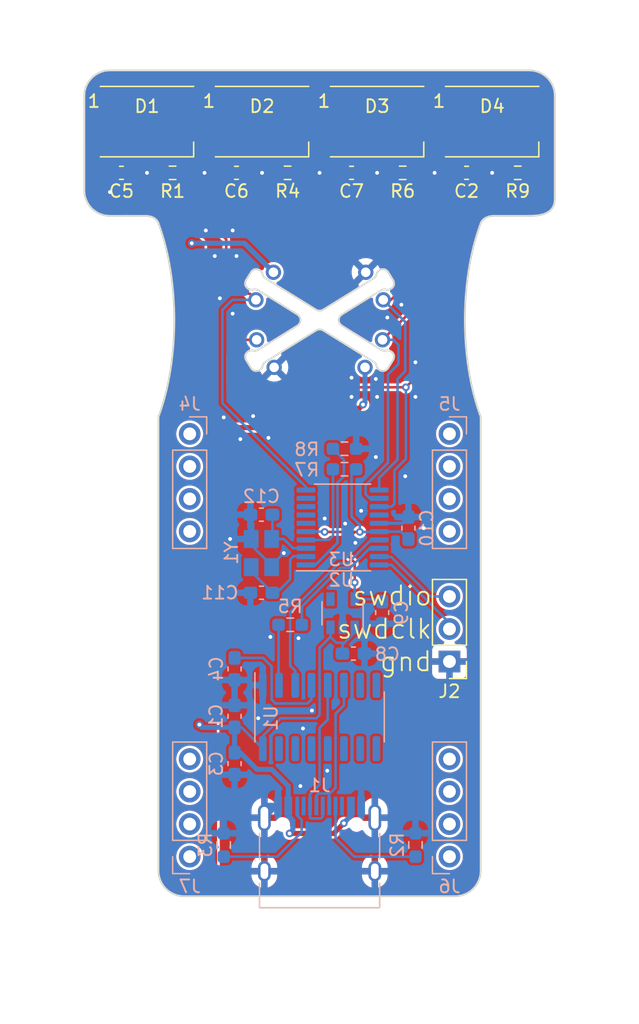
<source format=kicad_pcb>
(kicad_pcb (version 20241229) (generator "pcbnew") (generator_version "9.0")
  (layers (0 "F.Cu" signal) (2 "B.Cu" signal) (13 "F.Paste" user) (15 "B.Paste" user) (5 "F.SilkS" user "F.Silkscreen") (7 "B.SilkS" user "B.Silkscreen") (1 "F.Mask" user) (3 "B.Mask" user) (25 "Edge.Cuts" user))
  (net 0 "")
  (net 1 "GND")
  (net 2 "VUSB")
  (net 3 "3V3")
  (net 4 "Net-(U1-V3)")
  (net 5 "LED_A")
  (net 6 "Net-(U3-PF0)")
  (net 7 "Net-(U3-PF1)")
  (net 8 "LED_B")
  (net 9 "LED_C")
  (net 12 "LED_D")
  (net 15 "Net-(U1-UD+)")
  (net 17 "Net-(J1-CC1)")
  (net 18 "Net-(U1-UD-)")
  (net 19 "SWDIO")
  (net 20 "SWDCLK")
  (net 21 "STMRX")
  (net 22 "STMTX")
  (net 23 "Net-(J1-CC2)")
  (net 41 "Net-(U1-TXD)")
  (net 42 "Net-(U3-NRST)")
  (net 43 "Net-(U3-BOOT0)")
  (footprint "Capacitor_SMD:C_0603_1608Metric_Pad1.08x0.95mm_HandSolder" (layer "F.Cu") (at 11.5 -11.5 180)
    (property "Reference" "C2")
    (property "Value" "100nF")
  )
  (footprint "Capacitor_SMD:C_0603_1608Metric_Pad1.08x0.95mm_HandSolder" (layer "F.Cu") (at -15.5 -11.5 180)
    (property "Reference" "C5")
    (property "Value" "100nF")
  )
  (footprint "Capacitor_SMD:C_0603_1608Metric_Pad1.08x0.95mm_HandSolder" (layer "F.Cu") (at -6.5 -11.5 180)
    (property "Reference" "C6")
    (property "Value" "100nF")
  )
  (footprint "Capacitor_SMD:C_0603_1608Metric_Pad1.08x0.95mm_HandSolder" (layer "F.Cu") (at 2.5 -11.5 180)
    (property "Reference" "C7")
    (property "Value" "100nF")
  )
  (footprint "LED_SMD:LED_WS2812B_PLCC4_5.0x5.0mm_P3.2mm" (layer "F.Cu") (at -13.5 -15.5)
    (property "Reference" "D1")
    (property "Value" "WS2812B")
  )
  (footprint "LED_SMD:LED_WS2812B_PLCC4_5.0x5.0mm_P3.2mm" (layer "F.Cu") (at -4.5 -15.5)
    (property "Reference" "D2")
    (property "Value" "WS2812B")
  )
  (footprint "LED_SMD:LED_WS2812B_PLCC4_5.0x5.0mm_P3.2mm" (layer "F.Cu") (at 4.5 -15.5)
    (property "Reference" "D3")
    (property "Value" "WS2812B")
  )
  (footprint "LED_SMD:LED_WS2812B_PLCC4_5.0x5.0mm_P3.2mm" (layer "F.Cu") (at 13.5 -15.5)
    (property "Reference" "D4")
    (property "Value" "WS2812B")
  )
  (footprint "Resistor_SMD:R_0603_1608Metric_Pad0.98x0.95mm_HandSolder" (layer "F.Cu") (at -11.5 -11.5 180)
    (property "Reference" "R1")
    (property "Value" "100k")
  )
  (footprint "Resistor_SMD:R_0603_1608Metric_Pad0.98x0.95mm_HandSolder" (layer "F.Cu") (at -2.5 -11.5 180)
    (property "Reference" "R4")
    (property "Value" "100k")
  )
  (footprint "Resistor_SMD:R_0603_1608Metric_Pad0.98x0.95mm_HandSolder" (layer "F.Cu") (at 6.5 -11.5 180)
    (property "Reference" "R6")
    (property "Value" "100k")
  )
  (footprint "Resistor_SMD:R_0603_1608Metric_Pad0.98x0.95mm_HandSolder" (layer "F.Cu") (at 15.5 -11.5 180)
    (property "Reference" "R9")
    (property "Value" "100k")
  )
  (footprint "Connector_PinHeader_2.54mm:PinHeader_1x03_P2.54mm_Vertical" (layer "F.Cu") (at 10.16 26.67 180)
    (property "Reference" "J2")
    (property "Value" "Conn_01x03_Male")
  )
  (footprint "lib:padauk_test_a" (layer "F.Cu") (at 0 0)
    (property "Reference" "J3" (hide yes))
    (property "Value" "Conn_01x08_Male" (hide yes))
  )
  (footprint "Capacitor_SMD:C_0603_1608Metric_Pad1.08x0.95mm_HandSolder" (layer "B.Cu") (at -6.65 30.95 90)
    (property "Reference" "C1")
    (property "Value" "1uF")
  )
  (footprint "Capacitor_SMD:C_0603_1608Metric_Pad1.08x0.95mm_HandSolder" (layer "B.Cu") (at -6.65 27.25 -90)
    (property "Reference" "C4")
    (property "Value" "100nF")
  )
  (footprint "Capacitor_SMD:C_0603_1608Metric_Pad1.08x0.95mm_HandSolder" (layer "B.Cu") (at 4.9 22.85 -90)
    (property "Reference" "C9")
    (property "Value" "10uF")
  )
  (footprint "Capacitor_SMD:C_0603_1608Metric_Pad1.08x0.95mm_HandSolder" (layer "B.Cu") (at 6.95 16.25 90)
    (property "Reference" "C10")
    (property "Value" "100nF")
  )
  (footprint "footprints:USB_C_Receptacle_HRO_TYPE-C-31-M-12" (layer "B.Cu") (at 0 42 180)
    (property "Reference" "J1")
    (property "Value" "USB_C_Receptacle_USB2.0")
  )
  (footprint "Resistor_SMD:R_0603_1608Metric_Pad0.98x0.95mm_HandSolder" (layer "B.Cu") (at 7.5 41 -90)
    (property "Reference" "R2")
    (property "Value" "5.1k")
  )
  (footprint "Resistor_SMD:R_0603_1608Metric_Pad0.98x0.95mm_HandSolder" (layer "B.Cu") (at -2.3 23.8 180)
    (property "Reference" "R5")
    (property "Value" "1k")
  )
  (footprint "Resistor_SMD:R_0603_1608Metric_Pad0.98x0.95mm_HandSolder" (layer "B.Cu") (at 1.95 11.65)
    (property "Reference" "R7")
    (property "Value" "10k")
  )
  (footprint "Resistor_SMD:R_0603_1608Metric_Pad0.98x0.95mm_HandSolder" (layer "B.Cu") (at 1.95 10.05)
    (property "Reference" "R8")
    (property "Value" "10k")
  )
  (footprint "Package_SO:SOIC-16_3.9x9.9mm_P1.27mm" (layer "B.Cu") (at 0 31 -90)
    (property "Reference" "U1")
    (property "Value" "CH340B")
  )
  (footprint "Package_SO:TSSOP-20_4.4x6.5mm_P0.65mm" (layer "B.Cu") (at 1.8 16.2)
    (property "Reference" "U3")
    (property "Value" "STM32F030F4Px")
  )
  (footprint "Package_TO_SOT_SMD:SOT-23-5" (layer "B.Cu") (at 1.8 22.9 90)
    (property "Reference" "U2")
    (property "Value" "AP2204K-3.3")
  )
  (footprint "Capacitor_SMD:C_0603_1608Metric_Pad1.08x0.95mm_HandSolder" (layer "B.Cu") (at -4.55 21.3 180)
    (property "Reference" "C11")
    (property "Value" "14pF")
  )
  (footprint "lib:TSX-3225" (layer "B.Cu") (at -4.55 18.2 90)
    (property "Reference" "Y1")
    (property "Value" "Crystal_GND24")
  )
  (footprint "Capacitor_SMD:C_0603_1608Metric_Pad1.08x0.95mm_HandSolder" (layer "B.Cu") (at -4.55 15.2 180)
    (property "Reference" "C12")
    (property "Value" "14pF")
  )
  (footprint "Capacitor_SMD:C_0603_1608Metric_Pad1.08x0.95mm_HandSolder" (layer "B.Cu") (at -6.65 34.65 -90)
    (property "Reference" "C3")
    (property "Value" "100nF")
  )
  (footprint "Connector_PinHeader_2.54mm:PinHeader_1x04_P2.54mm_Vertical" (layer "B.Cu") (at -10.16 8.89 180)
    (property "Reference" "J4")
    (property "Value" "Conn_01x04_Male")
  )
  (footprint "Connector_PinHeader_2.54mm:PinHeader_1x04_P2.54mm_Vertical" (layer "B.Cu") (at 10.16 8.89 180)
    (property "Reference" "J5")
    (property "Value" "Conn_01x04_Male")
  )
  (footprint "Connector_PinHeader_2.54mm:PinHeader_1x04_P2.54mm_Vertical" (layer "B.Cu") (at 10.16 41.91)
    (property "Reference" "J6")
    (property "Value" "Conn_01x04_Male")
  )
  (footprint "Connector_PinHeader_2.54mm:PinHeader_1x04_P2.54mm_Vertical" (layer "B.Cu") (at -10.16 41.91)
    (property "Reference" "J7")
    (property "Value" "Conn_01x04_Male")
  )
  (footprint "Resistor_SMD:R_0603_1608Metric_Pad0.98x0.95mm_HandSolder" (layer "B.Cu") (at -7.5 41 -90)
    (property "Reference" "R3")
    (property "Value" "5.1k")
  )
  (footprint "Capacitor_SMD:C_0603_1608Metric_Pad1.08x0.95mm_HandSolder" (layer "B.Cu") (at 2.65 26.05)
    (property "Reference" "C8")
    (property "Value" "10uF")
  )
  (gr_line (start 5.263156 -3.863134) (end 5.227122 -3.892003) (stroke (width 0.141421)) (layer "Edge.Cuts"))
  (gr_line (start 11.681163 4.010788) (end 11.643105 3.770145) (stroke (width 0.141421)) (layer "Edge.Cuts"))
  (gr_line (start -4.920274 -2.378928) (end -4.882736 -2.365212) (stroke (width 0.141421)) (layer "Edge.Cuts"))
  (gr_line (start -17.519277 -19.159313) (end -17.597672 -19.103638) (stroke (width 0.141421)) (layer "Edge.Cuts"))
  (gr_line (start -4.354256 -3.361547) (end -4.37568 -3.390967) (stroke (width 0.141421)) (layer "Edge.Cuts"))
  (gr_line (start -17.944474 -8.867212) (end -17.881686 -8.794688) (stroke (width 0.141421)) (layer "Edge.Cuts"))
  (gr_line (start 5.037541 2.398363) (end 4.997902 2.393967) (stroke (width 0.141421)) (layer "Edge.Cuts"))
  (gr_line (start -4.707619 3.918193) (end -4.669954 3.896532) (stroke (width 0.141421)) (layer "Edge.Cuts"))
  (gr_line (start 11.721566 4.249629) (end 11.681163 4.010788) (stroke (width 0.141421)) (layer "Edge.Cuts"))
  (gr_line (start 12.173524 -6.251023) (end 12.235515 -6.465993) (stroke (width 0.141421)) (layer "Edge.Cuts"))
  (gr_line (start 12.826861 -7.874931) (end 12.857054 -7.899412) (stroke (width 0.141421)) (layer "Edge.Cuts"))
  (gr_line (start 17.745921 -18.98156) (end 17.673397 -19.044346) (stroke (width 0.141421)) (layer "Edge.Cuts"))
  (gr_line (start 5.73872 -2.579704) (end 5.762668 -2.616354) (stroke (width 0.141421)) (layer "Edge.Cuts"))
  (gr_line (start 11.637964 -3.735593) (end 11.675327 -3.974228) (stroke (width 0.141421)) (layer "Edge.Cuts"))
  (gr_line (start 16.995675 -19.410443) (end 16.900628 -19.437322) (stroke (width 0.141421)) (layer "Edge.Cuts"))
  (gr_line (start 4.328858 3.338989) (end 4.355433 3.368624) (stroke (width 0.141421)) (layer "Edge.Cuts"))
  (gr_line (start 13.068844 -8.026065) (end 13.109085 -8.043328) (stroke (width 0.141421)) (layer "Edge.Cuts"))
  (gr_line (start -1.505974 -0.079342) (end -1.501232 -0.040092) (stroke (width 0.141421)) (layer "Edge.Cuts"))
  (gr_line (start 5.783382 2.654447) (end 5.762671 2.616279) (stroke (width 0.141421)) (layer "Edge.Cuts"))
  (gr_line (start -18.310156 -18.095756) (end -18.337037 -18.000709) (stroke (width 0.141421)) (layer "Edge.Cuts"))
  (gr_line (start -5.037451 -2.401498) (end -4.997812 -2.397103) (stroke (width 0.141421)) (layer "Edge.Cuts"))
  (gr_line (start 5.037537 -2.398438) (end 5.077513 -2.399665) (stroke (width 0.141421)) (layer "Edge.Cuts"))
  (gr_line (start 4.937407 -3.981864) (end 4.89511 -3.977744) (stroke (width 0.141421)) (layer "Edge.Cuts"))
  (gr_line (start 5.749565 3.131202) (end 5.763543 3.1068) (stroke (width 0.141421)) (layer "Edge.Cuts"))
  (gr_line (start -13.378993 -8.121371) (end -13.331043 -8.113111) (stroke (width 0.141421)) (layer "Edge.Cuts"))
  (gr_line (start -4.396296 -3.424193) (end -4.415499 -3.460732) (stroke (width 0.141421)) (layer "Edge.Cuts"))
  (gr_line (start -13.11108 -8.051467) (end -13.07113 -8.03529) (stroke (width 0.141421)) (layer "Edge.Cuts"))
  (gr_line (start -12.89227 -7.936899) (end -12.860762 -7.913941) (stroke (width 0.141421)) (layer "Edge.Cuts"))
  (gr_line (start -11.809244 4.72093) (end -11.856598 4.953841) (stroke (width 0.141421)) (layer "Edge.Cuts"))
  (gr_line (start -12.576713 43.305328) (end -12.559186 43.404008) (stroke (width 0.141421)) (layer "Edge.Cuts"))
  (gr_line (start -14.69914 -8.140588) (end -13.637852 -8.140588) (stroke (width 0.141421)) (layer "Edge.Cuts"))
  (gr_line (start -17.268085 -19.303389) (end -17.35436 -19.259312) (stroke (width 0.141421)) (layer "Edge.Cuts"))
  (gr_line (start 1.508553 0.039056) (end 1.506926 -0.000798) (stroke (width 0.141421)) (layer "Edge.Cuts"))
  (gr_line (start 4.435958 3.505477) (end 4.449092 3.543526) (stroke (width 0.141421)) (layer "Edge.Cuts"))
  (gr_line (start 12.624933 -7.623429) (end 12.640955 -7.653536) (stroke (width 0.141421)) (layer "Edge.Cuts"))
  (gr_line (start 5.829724 -2.810147) (end 5.831154 -2.846733) (stroke (width 0.141421)) (layer "Edge.Cuts"))
  (gr_line (start 4.419916 -3.468777) (end 4.401073 -3.433647) (stroke (width 0.141421)) (layer "Edge.Cuts"))
  (gr_line (start 4.651337 -3.880359) (end 4.619817 -3.855063) (stroke (width 0.141421)) (layer "Edge.Cuts"))
  (gr_line (start 0.218962 0.783315) (end 0.251987 0.800754) (stroke (width 0.141421)) (layer "Edge.Cuts"))
  (gr_line (start 12.299668 -6.678333) (end 12.36597 -6.887964) (stroke (width 0.141421)) (layer "Edge.Cuts"))
  (gr_line (start -4.669954 -3.896378) (end -4.707619 -3.917997) (stroke (width 0.141421)) (layer "Edge.Cuts"))
  (gr_line (start -5.78819 -3.053546) (end -5.799073 -3.020072) (stroke (width 0.141421)) (layer "Edge.Cuts"))
  (gr_line (start 1.743091 0.429012) (end 1.745671 0.425012) (stroke (width 0.141421)) (layer "Edge.Cuts"))
  (gr_line (start 12.434407 -7.094805) (end 12.504967 -7.298777) (stroke (width 0.141421)) (layer "Edge.Cuts"))
  (gr_line (start 17.815323 -8.404892) (end 17.881479 -8.444296) (stroke (width 0.141421)) (layer "Edge.Cuts"))
  (gr_line (start -4.481877 -3.662643) (end -4.4978 -3.699255) (stroke (width 0.141421)) (layer "Edge.Cuts"))
  (gr_line (start -0.281075 0.822302) (end -0.258337 0.808302) (stroke (width 0.141421)) (layer "Edge.Cuts"))
  (gr_line (start 5.763539 -3.10686) (end 5.749562 -3.131278) (stroke (width 0.141421)) (layer "Edge.Cuts"))
  (gr_line (start -11.554605 44.759168) (end -11.468349 44.803225) (stroke (width 0.141421)) (layer "Edge.Cuts"))
  (gr_line (start -4.997812 2.397147) (end -5.037451 2.401543) (stroke (width 0.141421)) (layer "Edge.Cuts"))
  (gr_line (start 11.443478 2.042074) (end 11.424661 1.789966) (stroke (width 0.141421)) (layer "Edge.Cuts"))
  (gr_line (start 4.459204 3.582812) (end 4.469346 3.622118) (stroke (width 0.141421)) (layer "Edge.Cuts"))
  (gr_line (start 5.057163 -3.974699) (end 5.018861 -3.980226) (stroke (width 0.141421)) (layer "Edge.Cuts"))
  (gr_line (start 0.251987 0.800754) (end 0.283749 0.820702) (stroke (width 0.141421)) (layer "Edge.Cuts"))
  (gr_line (start -12.299483 -6.678333) (end -12.23533 -6.465993) (stroke (width 0.141421)) (layer "Edge.Cuts"))
  (gr_line (start 10.905349 44.976877) (end 11.004029 44.95935) (stroke (width 0.141421)) (layer "Edge.Cuts"))
  (gr_line (start -5.804446 2.710486) (end -5.816606 2.747259) (stroke (width 0.141421)) (layer "Edge.Cuts"))
  (gr_line (start 4.235446 -3.263418) (end 0.262562 -0.807748) (stroke (width 0.141421)) (layer "Edge.Cuts"))
  (gr_line (start 0.184822 0.76843) (end 0.218962 0.783315) (stroke (width 0.141421)) (layer "Edge.Cuts"))
  (gr_line (start 16.705008 -19.477129) (end 16.604684 -19.489809) (stroke (width 0.141421)) (layer "Edge.Cuts"))
  (gr_line (start 5.293254 -3.836608) (end 5.263156 -3.863134) (stroke (width 0.141421)) (layer "Edge.Cuts"))
  (gr_line (start 4.997902 2.393967) (end 4.958783 2.386434) (stroke (width 0.141421)) (layer "Edge.Cuts"))
  (gr_line (start -4.669954 3.896532) (end -4.640301 3.876254) (stroke (width 0.141421)) (layer "Edge.Cuts"))
  (gr_line (start -5.76356 -3.109276) (end -5.776408 -3.082905) (stroke (width 0.141421)) (layer "Edge.Cuts"))
  (gr_line (start 18.40002 -9.500195) (end 18.40002 -17.499707) (stroke (width 0.141421)) (layer "Edge.Cuts"))
  (gr_line (start -18.377246 -9.8356) (end -18.359712 -9.736911) (stroke (width 0.141421)) (layer "Edge.Cuts"))
  (gr_line (start 5.814264 -2.732968) (end 5.824025 -2.772022) (stroke (width 0.141421)) (layer "Edge.Cuts"))
  (gr_line (start -0.111124 -0.747954) (end -0.147045 -0.757594) (stroke (width 0.141421)) (layer "Edge.Cuts"))
  (gr_line (start 12.510247 43.595961) (end 12.537112 43.500927) (stroke (width 0.141421)) (layer "Edge.Cuts"))
  (gr_line (start -18.399835 -17.499707) (end -18.400206 -10.140983) (stroke (width 0.141421)) (layer "Edge.Cuts"))
  (gr_line (start 5.157236 3.940197) (end 5.184225 3.923402) (stroke (width 0.141421)) (layer "Edge.Cuts"))
  (gr_line (start 5.818812 -2.933856) (end 5.809151 -2.97901) (stroke (width 0.141421)) (layer "Edge.Cuts"))
  (gr_line (start -1.499605 -0.000238) (end -1.501231 0.039618) (stroke (width 0.141421)) (layer "Edge.Cuts"))
  (gr_line (start -18.059441 -9.021131) (end -18.003766 -8.942735) (stroke (width 0.141421)) (layer "Edge.Cuts"))
  (gr_line (start -12.577452 -7.4998) (end -12.504782 -7.298777) (stroke (width 0.141421)) (layer "Edge.Cuts"))
  (gr_line (start 11.373983 -0.76431) (end 11.382696 -1.017754) (stroke (width 0.141421)) (layer "Edge.Cuts"))
  (gr_line (start 0.154687 -0.760166) (end 0.116981 -0.749443) (stroke (width 0.141421)) (layer "Edge.Cuts"))
  (gr_line (start -5.358269 2.372618) (end -5.398189 2.37701) (stroke (width 0.141421)) (layer "Edge.Cuts"))
  (gr_line (start 4.401073 -3.433647) (end 4.379542 -3.4002) (stroke (width 0.141421)) (layer "Edge.Cuts"))
  (gr_line (start -12.403059 43.868514) (end -12.359003 43.95477) (stroke (width 0.141421)) (layer "Edge.Cuts"))
  (gr_line (start -4.468741 3.624233) (end -4.458597 3.584922) (stroke (width 0.141421)) (layer "Edge.Cuts"))
  (gr_line (start 18.310362 -8.963281) (end 18.337241 -9.041237) (stroke (width 0.141421)) (layer "Edge.Cuts"))
  (gr_line (start -17.268475 -8.337301) (end -17.179818 -8.297337) (stroke (width 0.141421)) (layer "Edge.Cuts"))
  (gr_line (start 5.783379 -2.654523) (end 5.800646 -2.693598) (stroke (width 0.141421)) (layer "Edge.Cuts"))
  (gr_line (start 11.486153 -2.518924) (end 11.511804 -2.765125) (stroke (width 0.141421)) (layer "Edge.Cuts"))
  (gr_line (start 12.658621 -7.68322) (end 12.677914 -7.712431) (stroke (width 0.141421)) (layer "Edge.Cuts"))
  (gr_line (start 4.767071 3.944255) (end 4.809514 3.95902) (stroke (width 0.141421)) (layer "Edge.Cuts"))
  (gr_line (start 11.424661 1.789966) (end 11.408309 1.536794) (stroke (width 0.141421)) (layer "Edge.Cuts"))
  (gr_line (start -12.453905 7.152301) (end -12.525717 7.35728) (stroke (width 0.141421)) (layer "Edge.Cuts"))
  (gr_line (start -4.458597 -3.585288) (end -4.468741 -3.62458) (stroke (width 0.141421)) (layer "Edge.Cuts"))
  (gr_line (start -1.674183 -0.37935) (end -1.645398 -0.352645) (stroke (width 0.141421)) (layer "Edge.Cuts"))
  (gr_line (start 4.725435 -3.925662) (end 4.685031 -3.903168) (stroke (width 0.141421)) (layer "Edge.Cuts"))
  (gr_line (start -11.382511 -1.017754) (end -11.373798 -0.76431) (stroke (width 0.141421)) (layer "Edge.Cuts"))
  (gr_line (start -4.744935 -3.936248) (end -4.781844 -3.951304) (stroke (width 0.141421)) (layer "Edge.Cuts"))
  (gr_line (start -5.227035 3.894165) (end -5.184134 3.926032) (stroke (width 0.141421)) (layer "Edge.Cuts"))
  (gr_line (start -11.288821 44.878878) (end -11.195796 44.910227) (stroke (width 0.141421)) (layer "Edge.Cuts"))
  (gr_line (start 5.749562 -3.131278) (end 5.372845 -3.740938) (stroke (width 0.141421)) (layer "Edge.Cuts"))
  (gr_line (start 4.89511 -3.977744) (end 4.852337 -3.970178) (stroke (width 0.141421)) (layer "Edge.Cuts"))
  (gr_line (start 5.809151 -2.97901) (end 5.79896 -3.017758) (stroke (width 0.141421)) (layer "Edge.Cuts"))
  (gr_line (start 11.87354 44.544293) (end 11.946041 44.481531) (stroke (width 0.141421)) (layer "Edge.Cuts"))
  (gr_line (start -5.237515 2.378644) (end -5.27774 2.373414) (stroke (width 0.141421)) (layer "Edge.Cuts"))
  (gr_line (start 17.944265 -18.773478) (end 17.881479 -18.846002) (stroke (width 0.141421)) (layer "Edge.Cuts"))
  (gr_line (start 5.79896 -3.017758) (end 5.788072 -3.051229) (stroke (width 0.141421)) (layer "Edge.Cuts"))
  (gr_line (start -1.51374 0.117361) (end -1.524445 0.154931) (stroke (width 0.141421)) (layer "Edge.Cuts"))
  (gr_line (start 0.039484 -0.736987) (end 0.000045 -0.735348) (stroke (width 0.141421)) (layer "Edge.Cuts"))
  (gr_line (start 5.093277 3.965786) (end 5.126777 3.954364) (stroke (width 0.141421)) (layer "Edge.Cuts"))
  (gr_line (start -11.408173 1.53659) (end -11.424531 1.789728) (stroke (width 0.141421)) (layer "Edge.Cuts"))
  (gr_line (start 1.626251 0.322879) (end 1.602189 0.29228) (stroke (width 0.141421)) (layer "Edge.Cuts"))
  (gr_line (start -18.37685 -17.805089) (end -18.389533 -17.704765) (stroke (width 0.141421)) (layer "Edge.Cuts"))
  (gr_line (start 5.117646 -2.397691) (end 5.157755 -2.392486) (stroke (width 0.141421)) (layer "Edge.Cuts"))
  (gr_line (start -5.318055 2.371413) (end -5.358269 2.372618) (stroke (width 0.141421)) (layer "Edge.Cuts"))
  (gr_line (start 12.068912 5.864173) (end 12.012472 5.640242) (stroke (width 0.141421)) (layer "Edge.Cuts"))
  (gr_line (start 4.852337 -3.970178) (end 4.809515 -3.959052) (stroke (width 0.141421)) (layer "Edge.Cuts"))
  (gr_line (start 1.580621 0.259971) (end 1.561636 0.22611) (stroke (width 0.141421)) (layer "Edge.Cuts"))
  (gr_line (start 17.354556 -19.259312) (end 17.26828 -19.303389) (stroke (width 0.141421)) (layer "Edge.Cuts"))
  (gr_line (start 11.856709 4.95452) (end 11.809353 4.721577) (stroke (width 0.141421)) (layer "Edge.Cuts"))
  (gr_line (start -12.434222 -7.094805) (end -12.365785 -6.887964) (stroke (width 0.141421)) (layer "Edge.Cuts"))
  (gr_line (start -11.4073 -1.522177) (end -11.393682 -1.270403) (stroke (width 0.141421)) (layer "Edge.Cuts"))
  (gr_line (start 5.184225 3.923402) (end 5.227121 3.891554) (stroke (width 0.141421)) (layer "Edge.Cuts"))
  (gr_line (start -11.394294 1.28247) (end -11.408173 1.53659) (stroke (width 0.141421)) (layer "Edge.Cuts"))
  (gr_line (start -5.830926 -2.852025) (end -5.829933 -2.81844) (stroke (width 0.141421)) (layer "Edge.Cuts"))
  (gr_line (start -4.291166 -3.301058) (end -4.311395 -3.316099) (stroke (width 0.141421)) (layer "Edge.Cuts"))
  (gr_line (start 4.4987 -3.696995) (end 4.482549 -3.66021) (stroke (width 0.141421)) (layer "Edge.Cuts"))
  (gr_line (start -1.501231 0.039618) (end -1.505973 0.078871) (stroke (width 0.141421)) (layer "Edge.Cuts"))
  (gr_line (start -12.62744 -7.633474) (end -12.612553 -7.601033) (stroke (width 0.141421)) (layer "Edge.Cuts"))
  (gr_line (start 18.40002 -17.499707) (end 18.397427 -17.60293) (stroke (width 0.141421)) (layer "Edge.Cuts"))
  (gr_line (start -4.958693 -2.389569) (end -4.920274 -2.378928) (stroke (width 0.141421)) (layer "Edge.Cuts"))
  (gr_line (start 5.382919 2.373203) (end 5.345188 2.369561) (stroke (width 0.141421)) (layer "Edge.Cuts"))
  (gr_line (start -5.81882 2.936315) (end -5.809227 2.981408) (stroke (width 0.141421)) (layer "Edge.Cuts"))
  (gr_line (start -12.559186 43.404008) (end -12.536927 43.500927) (stroke (width 0.141421)) (layer "Edge.Cuts"))
  (gr_line (start 5.82811 -2.881168) (end 5.818812 -2.933856) (stroke (width 0.141421)) (layer "Edge.Cuts"))
  (gr_line (start 1.743604 -0.429618) (end 4.811117 -2.325618) (stroke (width 0.141421)) (layer "Edge.Cuts"))
  (gr_line (start -0.147045 -0.757594) (end -0.18215 -0.769878) (stroke (width 0.141421)) (layer "Edge.Cuts"))
  (gr_line (start 5.339355 -3.787988) (end 5.318345 -3.811777) (stroke (width 0.141421)) (layer "Edge.Cuts"))
  (gr_line (start 18.111164 -8.636589) (end 18.159231 -8.693885) (stroke (width 0.141421)) (layer "Edge.Cuts"))
  (gr_line (start 1.745154 -0.426618) (end 1.743604 -0.429618) (stroke (width 0.141421)) (layer "Edge.Cuts"))
  (gr_line (start 0.077209 0.739553) (end 0.113797 0.746504) (stroke (width 0.141421)) (layer "Edge.Cuts"))
  (gr_line (start 4.978799 3.982409) (end 5.01886 3.979926) (stroke (width 0.141421)) (layer "Edge.Cuts"))
  (gr_line (start -16.900439 -19.437322) (end -16.995485 -19.410443) (stroke (width 0.141421)) (layer "Edge.Cuts"))
  (gr_line (start -12.925216 -7.958806) (end -12.89227 -7.936899) (stroke (width 0.141421)) (layer "Edge.Cuts"))
  (gr_line (start -1.505973 0.078871) (end -1.51374 0.117361) (stroke (width 0.141421)) (layer "Edge.Cuts"))
  (gr_line (start 11.382696 -1.017754) (end 11.393868 -1.270403) (stroke (width 0.141421)) (layer "Edge.Cuts"))
  (gr_line (start -4.882736 -2.365212) (end -4.846262 -2.348451) (stroke (width 0.141421)) (layer "Edge.Cuts"))
  (gr_line (start 4.268755 -3.286218) (end 4.235446 -3.263418) (stroke (width 0.141421)) (layer "Edge.Cuts"))
  (gr_line (start -12.661917 -7.696211) (end -12.643898 -7.66521) (stroke (width 0.141421)) (layer "Edge.Cuts"))
  (gr_line (start -4.311395 3.316225) (end -4.291166 3.301212) (stroke (width 0.141421)) (layer "Edge.Cuts"))
  (gr_line (start -5.721182 -2.565792) (end -5.692145 -2.532421) (stroke (width 0.141421)) (layer "Edge.Cuts"))
  (gr_line (start 16.502848 -19.497508) (end 16.399626 -19.500102) (stroke (width 0.141421)) (layer "Edge.Cuts"))
  (gr_line (start -11.462697 -2.271449) (end -11.44182 -2.02278) (stroke (width 0.141421)) (layer "Edge.Cuts"))
  (gr_line (start -16.39944 -19.500102) (end -16.502663 -19.497508) (stroke (width 0.141421)) (layer "Edge.Cuts"))
  (gr_line (start -4.537179 3.767161) (end -4.516302 3.734032) (stroke (width 0.141421)) (layer "Edge.Cuts"))
  (gr_line (start 4.379541 3.400239) (end 4.401072 3.433685) (stroke (width 0.141421)) (layer "Edge.Cuts"))
  (gr_line (start 5.197657 -2.384018) (end 5.233984 -2.376195) (stroke (width 0.141421)) (layer "Edge.Cuts"))
  (gr_line (start 12.576898 43.305328) (end 12.589571 43.205011) (stroke (width 0.141421)) (layer "Edge.Cuts"))
  (gr_line (start -4.560223 3.798176) (end -4.537179 3.767161) (stroke (width 0.141421)) (layer "Edge.Cuts"))
  (gr_line (start -4.481877 3.66234) (end -4.468741 3.624233) (stroke (width 0.141421)) (layer "Edge.Cuts"))
  (gr_line (start 1.545156 -0.192374) (end 1.56143 -0.227625) (stroke (width 0.141421)) (layer "Edge.Cuts"))
  (gr_line (start 12.798172 -7.849622) (end 12.826861 -7.874931) (stroke (width 0.141421)) (layer "Edge.Cuts"))
  (gr_line (start 12.203581 44.198022) (end 12.259232 44.119648) (stroke (width 0.141421)) (layer "Edge.Cuts"))
  (gr_line (start 1.520971 -0.118335) (end 1.53164 -0.155892) (stroke (width 0.141421)) (layer "Edge.Cuts"))
  (gr_line (start 18.203308 -18.368361) (end 18.159231 -18.454637) (stroke (width 0.141421)) (layer "Edge.Cuts"))
  (gr_line (start -12.01235 5.639467) (end -12.068786 5.863368) (stroke (width 0.141421)) (layer "Edge.Cuts"))
  (gr_line (start -17.35436 -19.259312) (end -17.438132 -19.211245) (stroke (width 0.141421)) (layer "Edge.Cuts"))
  (gr_line (start -4.516302 -3.734195) (end -4.537179 -3.767244) (stroke (width 0.141421)) (layer "Edge.Cuts"))
  (gr_line (start 18.337241 -18.000709) (end 18.310362 -18.095756) (stroke (width 0.141421)) (layer "Edge.Cuts"))
  (gr_line (start 11.393868 -1.270403) (end 11.407485 -1.522177) (stroke (width 0.141421)) (layer "Edge.Cuts"))
  (gr_line (start 13.530618 -8.137059) (end 13.583732 -8.139695) (stroke (width 0.141421)) (layer "Edge.Cuts"))
  (gr_line (start -12.015234 44.415399) (end -11.945856 44.481531) (stroke (width 0.141421)) (layer "Edge.Cuts"))
  (gr_line (start -11.374023 0.77161) (end -11.382906 1.027449) (stroke (width 0.141421)) (layer "Edge.Cuts"))
  (gr_line (start -12.188355 6.303715) (end -12.251461 6.519998) (stroke (width 0.141421)) (layer "Edge.Cuts"))
  (gr_line (start -18.389533 -17.704765) (end -18.397236 -17.60293) (stroke (width 0.141421)) (layer "Edge.Cuts"))
  (gr_line (start -5.077427 -2.402725) (end -5.037451 -2.401498) (stroke (width 0.141421)) (layer "Edge.Cuts"))
  (gr_line (start -11.873355 44.544293) (end -11.797856 44.603562) (stroke (width 0.141421)) (layer "Edge.Cuts"))
  (gr_line (start -10.804847 44.98955) (end -10.703016 44.997244) (stroke (width 0.141421)) (layer "Edge.Cuts"))
  (gr_line (start 11.896439 -5.139517) (end 11.947429 -5.36644) (stroke (width 0.141421)) (layer "Edge.Cuts"))
  (gr_line (start -5.26307 -3.865227) (end -5.293169 -3.838698) (stroke (width 0.141421)) (layer "Edge.Cuts"))
  (gr_line (start 5.157758 2.392411) (end 5.11765 2.397616) (stroke (width 0.141421)) (layer "Edge.Cuts"))
  (gr_line (start 5.798963 3.017698) (end 5.809154 2.978944) (stroke (width 0.141421)) (layer "Edge.Cuts"))
  (gr_line (start 11.488455 2.54277) (end 11.464747 2.293036) (stroke (width 0.141421)) (layer "Edge.Cuts"))
  (gr_line (start 4.299928 3.311483) (end 4.328858 3.338989) (stroke (width 0.141421)) (layer "Edge.Cuts"))
  (gr_line (start 5.459241 2.389588) (end 5.420944 2.379858) (stroke (width 0.141421)) (layer "Edge.Cuts"))
  (gr_line (start -13.07113 -8.03529) (end -13.032557 -8.017904) (stroke (width 0.141421)) (layer "Edge.Cuts"))
  (gr_line (start 12.12759 6.085647) (end 12.068912 5.864173) (stroke (width 0.141421)) (layer "Edge.Cuts"))
  (gr_line (start -5.776408 3.082965) (end -5.76356 3.109331) (stroke (width 0.141421)) (layer "Edge.Cuts"))
  (gr_line (start -12.612553 -7.601033) (end -12.599252 -7.567919) (stroke (width 0.141421)) (layer "Edge.Cuts"))
  (gr_line (start -1.7368 -0.429048) (end -1.73835 -0.426048) (stroke (width 0.141421)) (layer "Edge.Cuts"))
  (gr_line (start 17.881479 -18.846002) (end 17.815323 -18.915404) (stroke (width 0.141421)) (layer "Edge.Cuts"))
  (gr_line (start 5.345188 2.369561) (end 5.307774 2.368874) (stroke (width 0.141421)) (layer "Edge.Cuts"))
  (gr_line (start -5.809227 2.981408) (end -5.799073 3.02013) (stroke (width 0.141421)) (layer "Edge.Cuts"))
  (gr_line (start -11.756766 -4.446159) (end -11.714809 -4.21111) (stroke (width 0.141421)) (layer "Edge.Cuts"))
  (gr_line (start 12.316915 6.734503) (end 12.251605 6.520894) (stroke (width 0.141421)) (layer "Edge.Cuts"))
  (gr_line (start -17.597672 -19.103638) (end -17.673193 -19.044346) (stroke (width 0.141421)) (layer "Edge.Cuts"))
  (gr_line (start -4.997812 -2.397103) (end -4.958693 -2.389569) (stroke (width 0.141421)) (layer "Edge.Cuts"))
  (gr_line (start 11.408309 1.536794) (end 11.394436 1.282639) (stroke (width 0.141421)) (layer "Edge.Cuts"))
  (gr_line (start -17.598076 -8.537051) (end -17.519677 -8.481377) (stroke (width 0.141421)) (layer "Edge.Cuts"))
  (gr_line (start -18.24348 -9.360984) (end -18.203517 -9.272329) (stroke (width 0.141421)) (layer "Edge.Cuts"))
  (gr_line (start -18.359712 -9.736911) (end -18.337445 -9.639981) (stroke (width 0.141421)) (layer "Edge.Cuts"))
  (gr_line (start -17.881686 -8.794688) (end -17.815529 -8.725286) (stroke (width 0.141421)) (layer "Edge.Cuts"))
  (gr_line (start 5.800646 -2.693598) (end 5.814264 -2.732968) (stroke (width 0.141421)) (layer "Edge.Cuts"))
  (gr_line (start 5.19766 2.383942) (end 5.157758 2.392411) (stroke (width 0.141421)) (layer "Edge.Cuts"))
  (gr_line (start -10.905164 44.976877) (end -10.804847 44.98955) (stroke (width 0.141421)) (layer "Edge.Cuts"))
  (gr_line (start -12.144127 44.273521) (end -12.081365 44.346021) (stroke (width 0.141421)) (layer "Edge.Cuts"))
  (gr_line (start 5.818815 2.933784) (end 5.828113 2.881092) (stroke (width 0.141421)) (layer "Edge.Cuts"))
  (gr_line (start 0.149718 0.756145) (end 0.184822 0.76843) (stroke (width 0.141421)) (layer "Edge.Cuts"))
  (gr_line (start -5.692145 -2.532421) (end -5.659994 -2.501038) (stroke (width 0.141421)) (layer "Edge.Cuts"))
  (gr_line (start -11.856598 4.953841) (end -11.906243 5.184622) (stroke (width 0.141421)) (layer "Edge.Cuts"))
  (gr_line (start -11.945856 44.481531) (end -11.873355 44.544293) (stroke (width 0.141421)) (layer "Edge.Cuts"))
  (gr_line (start -11.896253 -5.139517) (end -11.847502 -4.910443) (stroke (width 0.141421)) (layer "Edge.Cuts"))
  (gr_line (start 11.195981 44.910227) (end 11.289006 44.878878) (stroke (width 0.141421)) (layer "Edge.Cuts"))
  (gr_line (start 5.077513 -2.399665) (end 5.117646 -2.397691) (stroke (width 0.141421)) (layer "Edge.Cuts"))
  (gr_line (start 5.057162 3.974346) (end 5.093277 3.965786) (stroke (width 0.141421)) (layer "Edge.Cuts"))
  (gr_line (start 1.652339 -0.353148) (end 1.681079 -0.37987) (stroke (width 0.141421)) (layer "Edge.Cuts"))
  (gr_line (start 4.235445 3.263452) (end 4.268754 3.286255) (stroke (width 0.141421)) (layer "Edge.Cuts"))
  (gr_line (start -4.640301 3.876254) (end -4.61199 3.85295) (stroke (width 0.141421)) (layer "Edge.Cuts"))
  (gr_line (start 4.9788 -3.982653) (end 4.937407 -3.981864) (stroke (width 0.141421)) (layer "Edge.Cuts"))
  (gr_line (start 5.372845 -3.740938) (end 5.357213 -3.764592) (stroke (width 0.141421)) (layer "Edge.Cuts"))
  (gr_line (start -11.675142 -3.974228) (end -11.637779 -3.735593) (stroke (width 0.141421)) (layer "Edge.Cuts"))
  (gr_line (start -5.27774 2.373414) (end -5.318055 2.371413) (stroke (width 0.141421)) (layer "Edge.Cuts"))
  (gr_line (start -16.995865 -8.230247) (end -16.900816 -8.203367) (stroke (width 0.141421)) (layer "Edge.Cuts"))
  (gr_line (start -11.602732 -3.495286) (end -11.570014 -3.253386) (stroke (width 0.141421)) (layer "Edge.Cuts"))
  (gr_line (start 16.604684 -19.489809) (end 16.502848 -19.497508) (stroke (width 0.141421)) (layer "Edge.Cuts"))
  (gr_line (start 5.738724 2.579629) (end 5.711745 2.545108) (stroke (width 0.141421)) (layer "Edge.Cuts"))
  (gr_line (start 17.944265 -8.487057) (end 18.003557 -8.533286) (stroke (width 0.141421)) (layer "Edge.Cuts"))
  (gr_line (start -11.72146 4.249049) (end -11.764193 4.485973) (stroke (width 0.141421)) (layer "Edge.Cuts"))
  (gr_line (start 5.382915 -2.37327) (end 5.420941 -2.379927) (stroke (width 0.141421)) (layer "Edge.Cuts"))
  (gr_line (start 13.193646 -8.0741) (end 13.237931 -8.087508) (stroke (width 0.141421)) (layer "Edge.Cuts"))
  (gr_line (start 11.383055 1.027584) (end 11.37418 0.771711) (stroke (width 0.141421)) (layer "Edge.Cuts"))
  (gr_line (start 5.233984 -2.376195) (end 5.270696 -2.37115) (stroke (width 0.141421)) (layer "Edge.Cuts"))
  (gr_line (start 4.459205 -3.582778) (end 4.449093 -3.543491) (stroke (width 0.141421)) (layer "Edge.Cuts"))
  (gr_line (start 11.423535 -1.772996) (end 11.442005 -2.02278) (stroke (width 0.141421)) (layer "Edge.Cuts"))
  (gr_line (start 4.619817 -3.855063) (end 4.590581 -3.827443) (stroke (width 0.141421)) (layer "Edge.Cuts"))
  (gr_line (start -4.924284 3.983123) (end -4.889568 3.979065) (stroke (width 0.141421)) (layer "Edge.Cuts"))
  (gr_line (start -12.802107 -7.864996) (end -12.774984 -7.839073) (stroke (width 0.141421)) (layer "Edge.Cuts"))
  (gr_line (start -5.044657 -3.979217) (end -5.084475 -3.970888) (stroke (width 0.141421)) (layer "Edge.Cuts"))
  (gr_line (start 11.362724 0) (end 11.363984 -0.255353) (stroke (width 0.141421)) (layer "Edge.Cuts"))
  (gr_line (start -0.074536 -0.741003) (end -0.111124 -0.747954) (stroke (width 0.141421)) (layer "Edge.Cuts"))
  (gr_line (start 18.377048 -17.805089) (end 18.359511 -17.903778) (stroke (width 0.141421)) (layer "Edge.Cuts"))
  (gr_line (start 5.800649 2.693523) (end 5.783382 2.654447) (stroke (width 0.141421)) (layer "Edge.Cuts"))
  (gr_line (start -4.447253 -3.541772) (end -4.458597 -3.585288) (stroke (width 0.141421)) (layer "Edge.Cuts"))
  (gr_line (start 11.464747 2.293036) (end 11.443478 2.042074) (stroke (width 0.141421)) (layer "Edge.Cuts"))
  (gr_line (start 5.681942 2.513329) (end 5.649522 2.484904) (stroke (width 0.141421)) (layer "Edge.Cuts"))
  (gr_line (start -12.774984 -7.839073) (end -12.749349 -7.812224) (stroke (width 0.141421)) (layer "Edge.Cuts"))
  (gr_line (start -5.514277 -2.409046) (end -5.476385 -2.395222) (stroke (width 0.141421)) (layer "Edge.Cuts"))
  (gr_line (start 1.531768 0.154364) (end 1.521063 0.116795) (stroke (width 0.141421)) (layer "Edge.Cuts"))
  (gr_line (start 5.018861 -3.980226) (end 4.9788 -3.982653) (stroke (width 0.141421)) (layer "Edge.Cuts"))
  (gr_line (start -12.173338 -6.251023) (end -12.113521 -6.033503) (stroke (width 0.141421)) (layer "Edge.Cuts"))
  (gr_line (start 12.504967 -7.298777) (end 12.577637 -7.4998) (stroke (width 0.141421)) (layer "Edge.Cuts"))
  (gr_line (start 13.478712 -8.132733) (end 13.530618 -8.137059) (stroke (width 0.141421)) (layer "Edge.Cuts"))
  (gr_line (start 5.614686 -2.460518) (end 5.649518 -2.484979) (stroke (width 0.141421)) (layer "Edge.Cuts"))
  (gr_line (start -5.318258 -3.813868) (end -5.339267 -3.790086) (stroke (width 0.141421)) (layer "Edge.Cuts"))
  (gr_line (start -5.372754 3.743102) (end -5.357123 3.766756) (stroke (width 0.141421)) (layer "Edge.Cuts"))
  (gr_line (start 10.703201 44.997244) (end 10.805032 44.98955) (stroke (width 0.141421)) (layer "Edge.Cuts"))
  (gr_line (start -5.11756 -2.400751) (end -5.077427 -2.402725) (stroke (width 0.141421)) (layer "Edge.Cuts"))
  (gr_line (start -5.788736 2.673521) (end -5.804446 2.710486) (stroke (width 0.141421)) (layer "Edge.Cuts"))
  (gr_line (start 5.536555 -2.418582) (end 5.57553 -2.437894) (stroke (width 0.141421)) (layer "Edge.Cuts"))
  (gr_line (start -12.38425 6.944373) (end -12.453905 7.152301) (stroke (width 0.141421)) (layer "Edge.Cuts"))
  (gr_line (start -18.310568 -9.544934) (end -18.279205 -9.451893) (stroke (width 0.141421)) (layer "Edge.Cuts"))
  (gr_line (start 5.762671 2.616279) (end 5.738724 2.579629) (stroke (width 0.141421)) (layer "Edge.Cuts"))
  (gr_line (start 0.113797 0.746504) (end 0.149718 0.756145) (stroke (width 0.141421)) (layer "Edge.Cuts"))
  (gr_line (start 13.638037 -8.140588) (end 14.698954 -8.140588) (stroke (width 0.141421)) (layer "Edge.Cuts"))
  (gr_line (start -5.293169 -3.838698) (end -5.318258 -3.813868) (stroke (width 0.141421)) (layer "Edge.Cuts"))
  (gr_line (start 18.389728 -9.302333) (end 18.397427 -9.398811) (stroke (width 0.141421)) (layer "Edge.Cuts"))
  (gr_line (start -5.476385 -2.395222) (end -5.437625 -2.384522) (stroke (width 0.141421)) (layer "Edge.Cuts"))
  (gr_line (start 12.74538 -7.796722) (end 12.771006 -7.823535) (stroke (width 0.141421)) (layer "Edge.Cuts"))
  (gr_line (start 1.508526 -0.04063) (end 1.513237 -0.079862) (stroke (width 0.141421)) (layer "Edge.Cuts"))
  (gr_line (start -11.363826 0.257803) (end -11.367659 0.515034) (stroke (width 0.141421)) (layer "Edge.Cuts"))
  (gr_line (start -5.318055 -2.371368) (end -5.27774 -2.37337) (stroke (width 0.141421)) (layer "Edge.Cuts"))
  (gr_line (start -4.291166 3.301212) (end -0.281075 0.822302) (stroke (width 0.141421)) (layer "Edge.Cuts"))
  (gr_line (start -4.354256 3.361551) (end -4.332626 3.3365) (stroke (width 0.141421)) (layer "Edge.Cuts"))
  (gr_line (start 12.857054 -7.899412) (end 12.888735 -7.923014) (stroke (width 0.141421)) (layer "Edge.Cuts"))
  (gr_line (start -16.803885 -8.181097) (end -16.705195 -8.163561) (stroke (width 0.141421)) (layer "Edge.Cuts"))
  (gr_line (start 11.638543 44.711123) (end 11.719668 44.659213) (stroke (width 0.141421)) (layer "Edge.Cuts"))
  (gr_line (start -11.764193 4.485973) (end -11.809244 4.72093) (stroke (width 0.141421)) (layer "Edge.Cuts"))
  (gr_line (start 5.2707 2.371082) (end 5.233988 2.376125) (stroke (width 0.141421)) (layer "Edge.Cuts"))
  (gr_line (start 5.536558 2.418508) (end 5.497786 2.402451) (stroke (width 0.141421)) (layer "Edge.Cuts"))
  (gr_line (start -4.811031 2.328722) (end -4.846262 2.348496) (stroke (width 0.141421)) (layer "Edge.Cuts"))
  (gr_line (start -12.113521 -6.033503) (end -12.055891 -5.813512) (stroke (width 0.141421)) (layer "Edge.Cuts"))
  (gr_line (start -18.203098 -18.368361) (end -18.243062 -18.279706) (stroke (width 0.141421)) (layer "Edge.Cuts"))
  (gr_line (start 1.625916 -0.324405) (end 1.652339 -0.353148) (stroke (width 0.141421)) (layer "Edge.Cuts"))
  (gr_line (start -16.900816 -8.203367) (end -16.803885 -8.181097) (stroke (width 0.141421)) (layer "Edge.Cuts"))
  (gr_line (start -12.681484 -7.726444) (end -12.661917 -7.696211) (stroke (width 0.141421)) (layer "Edge.Cuts"))
  (gr_line (start 5.649518 -2.484979) (end 5.681939 -2.513405) (stroke (width 0.141421)) (layer "Edge.Cuts"))
  (gr_line (start 4.328859 -3.33895) (end 4.299929 -3.311445) (stroke (width 0.141421)) (layer "Edge.Cuts"))
  (gr_line (start 5.293253 3.836164) (end 5.318344 3.811327) (stroke (width 0.141421)) (layer "Edge.Cuts"))
  (gr_line (start 5.649522 2.484904) (end 5.614689 2.460442) (stroke (width 0.141421)) (layer "Edge.Cuts"))
  (gr_line (start 11.675327 -3.974228) (end 11.714994 -4.21111) (stroke (width 0.141421)) (layer "Edge.Cuts"))
  (gr_line (start 5.762668 -2.616354) (end 5.783379 -2.654523) (stroke (width 0.141421)) (layer "Edge.Cuts"))
  (gr_line (start -4.516302 3.734032) (end -4.4978 3.699016) (stroke (width 0.141421)) (layer "Edge.Cuts"))
  (gr_line (start -4.332626 -3.336426) (end -4.354256 -3.361547) (stroke (width 0.141421)) (layer "Edge.Cuts"))
  (gr_line (start 16.803697 -8.153564) (end 16.900628 -8.161324) (stroke (width 0.141421)) (layer "Edge.Cuts"))
  (gr_line (start 5.763543 3.1068) (end 5.776324 3.0805) (stroke (width 0.141421)) (layer "Edge.Cuts"))
  (gr_line (start -4.846262 -2.348451) (end -4.811031 -2.328678) (stroke (width 0.141421)) (layer "Edge.Cuts"))
  (gr_line (start -16.995485 -19.410443) (end -17.088524 -19.379078) (stroke (width 0.141421)) (layer "Edge.Cuts"))
  (gr_line (start 12.478898 43.688985) (end 12.510247 43.595961) (stroke (width 0.141421)) (layer "Edge.Cuts"))
  (gr_line (start -5.816606 2.747259) (end -5.825131 2.783405) (stroke (width 0.141421)) (layer "Edge.Cuts"))
  (gr_line (start 11.539824 -3.009972) (end 11.5702 -3.253386) (stroke (width 0.141421)) (layer "Edge.Cuts"))
  (gr_line (start 16.705008 -8.147721) (end 16.803697 -8.153564) (stroke (width 0.141421)) (layer "Edge.Cuts"))
  (gr_line (start -11.464628 2.292729) (end -11.48834 2.542428) (stroke (width 0.141421)) (layer "Edge.Cuts"))
  (gr_line (start -5.788736 -2.673473) (end -5.769564 -2.636753) (stroke (width 0.141421)) (layer "Edge.Cuts"))
  (gr_line (start 17.815323 -18.915404) (end 17.745921 -18.98156) (stroke (width 0.141421)) (layer "Edge.Cuts"))
  (gr_line (start 12.577637 -7.4998) (end 12.586908 -7.531087) (stroke (width 0.141421)) (layer "Edge.Cuts"))
  (gr_line (start -12.702586 -7.755879) (end -12.681484 -7.726444) (stroke (width 0.141421)) (layer "Edge.Cuts"))
  (gr_line (start -5.816606 -2.747209) (end -5.804445 -2.710436) (stroke (width 0.141421)) (layer "Edge.Cuts"))
  (gr_line (start 11.809353 4.721577) (end 11.7643 4.486586) (stroke (width 0.141421)) (layer "Edge.Cuts"))
  (gr_line (start 12.640955 -7.653536) (end 12.658621 -7.68322) (stroke (width 0.141421)) (layer "Edge.Cuts"))
  (gr_line (start -17.088524 -19.379078) (end -17.179432 -19.343352) (stroke (width 0.141421)) (layer "Edge.Cuts"))
  (gr_line (start -1.594867 -0.293316) (end -1.573299 -0.261007) (stroke (width 0.141421)) (layer "Edge.Cuts"))
  (gr_line (start 4.767072 -3.944252) (end 4.725435 -3.925662) (stroke (width 0.141421)) (layer "Edge.Cuts"))
  (gr_line (start -11.443354 2.041802) (end -11.464628 2.292729) (stroke (width 0.141421)) (layer "Edge.Cuts"))
  (gr_line (start -5.002424 -3.983941) (end -5.044657 -3.979217) (stroke (width 0.141421)) (layer "Edge.Cuts"))
  (gr_line (start 18.243271 -8.820319) (end 18.278997 -8.889679) (stroke (width 0.141421)) (layer "Edge.Cuts"))
  (gr_line (start -5.157668 2.395591) (end -5.19757 2.387122) (stroke (width 0.141421)) (layer "Edge.Cuts"))
  (gr_line (start -11.393682 -1.270403) (end -11.382511 -1.017754) (stroke (width 0.141421)) (layer "Edge.Cuts"))
  (gr_line (start -4.640301 -3.876101) (end -4.669954 -3.896378) (stroke (width 0.141421)) (layer "Edge.Cuts"))
  (gr_line (start 12.559371 43.404008) (end 12.576898 43.305328) (stroke (width 0.141421)) (layer "Edge.Cuts"))
  (gr_line (start 4.539406 -3.765885) (end 4.517689 -3.732275) (stroke (width 0.141421)) (layer "Edge.Cuts"))
  (gr_line (start 18.359511 -9.123657) (end 18.377048 -9.210653) (stroke (width 0.141421)) (layer "Edge.Cuts"))
  (gr_line (start -11.947244 -5.36644) (end -11.896253 -5.139517) (stroke (width 0.141421)) (layer "Edge.Cuts"))
  (gr_line (start 5.345185 -2.369628) (end 5.382915 -2.37327) (stroke (width 0.141421)) (layer "Edge.Cuts"))
  (gr_line (start -12.587547 -7.534165) (end -12.577452 -7.4998) (stroke (width 0.141421)) (layer "Edge.Cuts"))
  (gr_line (start -17.438132 -19.211245) (end -17.519277 -19.159313) (stroke (width 0.141421)) (layer "Edge.Cuts"))
  (gr_line (start -18.389922 -9.935925) (end -18.377246 -9.8356) (stroke (width 0.141421)) (layer "Edge.Cuts"))
  (gr_line (start 4.68503 3.903202) (end 4.725433 3.925688) (stroke (width 0.141421)) (layer "Edge.Cuts"))
  (gr_line (start -17.088907 -8.261611) (end -16.995865 -8.230247) (stroke (width 0.141421)) (layer "Edge.Cuts"))
  (gr_line (start -18.003348 -18.697955) (end -18.059022 -18.619558) (stroke (width 0.141421)) (layer "Edge.Cuts"))
  (gr_line (start -16.704822 -19.477129) (end -16.80351 -19.459592) (stroke (width 0.141421)) (layer "Edge.Cuts"))
  (gr_line (start 11.947429 -5.36644) (end 12.000646 -5.591131) (stroke (width 0.141421)) (layer "Edge.Cuts"))
  (gr_line (start 4.811121 2.325542) (end 1.743091 0.429012) (stroke (width 0.141421)) (layer "Edge.Cuts"))
  (gr_line (start 16.803697 -19.459592) (end 16.705008 -19.477129) (stroke (width 0.141421)) (layer "Edge.Cuts"))
  (gr_line (start 5.497783 -2.402523) (end 5.536555 -2.418582) (stroke (width 0.141421)) (layer "Edge.Cuts"))
  (gr_line (start 12.259232 44.119648) (end 12.311142 44.038523) (stroke (width 0.141421)) (layer "Edge.Cuts"))
  (gr_line (start -13.331043 -8.113111) (end -13.284396 -8.103453) (stroke (width 0.141421)) (layer "Edge.Cuts"))
  (gr_line (start 12.251605 6.520894) (end 12.188492 6.304581) (stroke (width 0.141421)) (layer "Edge.Cuts"))
  (gr_line (start -12.203396 44.198022) (end -12.144127 44.273521) (stroke (width 0.141421)) (layer "Edge.Cuts"))
  (gr_line (start -11.195796 44.910227) (end -11.100762 44.937092) (stroke (width 0.141421)) (layer "Edge.Cuts"))
  (gr_line (start 16.604684 -8.143684) (end 16.705008 -8.147721) (stroke (width 0.141421)) (layer "Edge.Cuts"))
  (gr_line (start 0.002629 0.733902) (end 0.040103 0.735338) (stroke (width 0.141421)) (layer "Edge.Cuts"))
  (gr_line (start -5.659994 2.501084) (end -5.692146 2.532467) (stroke (width 0.141421)) (layer "Edge.Cuts"))
  (gr_line (start -11.48834 2.542428) (end -11.514476 2.790817) (stroke (width 0.141421)) (layer "Edge.Cuts"))
  (gr_line (start -5.037451 2.401543) (end -5.077427 2.40277) (stroke (width 0.141421)) (layer "Edge.Cuts"))
  (gr_line (start -0.114078 0.748072) (end -0.075696 0.740317) (stroke (width 0.141421)) (layer "Edge.Cuts"))
  (gr_line (start 0.262562 -0.807748) (end 0.261529 -0.809748) (stroke (width 0.141421)) (layer "Edge.Cuts"))
  (gr_line (start -12.310957 44.038523) (end -12.259047 44.119648) (stroke (width 0.141421)) (layer "Edge.Cuts"))
  (gr_line (start 11.468534 44.803225) (end 11.55479 44.759168) (stroke (width 0.141421)) (layer "Edge.Cuts"))
  (gr_line (start 13.428034 -8.126765) (end 13.478712 -8.132733) (stroke (width 0.141421)) (layer "Edge.Cuts"))
  (gr_line (start 17.519477 -19.159313) (end 17.43833 -19.211245) (stroke (width 0.141421)) (layer "Edge.Cuts"))
  (gr_line (start -0.224012 0.788957) (end -0.188411 0.772439) (stroke (width 0.141421)) (layer "Edge.Cuts"))
  (gr_line (start 11.442005 -2.02278) (end 11.462882 -2.271449) (stroke (width 0.141421)) (layer "Edge.Cuts"))
  (gr_line (start -12.525717 7.35728) (end -12.599672 7.559228) (stroke (width 0.141421)) (layer "Edge.Cuts"))
  (gr_line (start -5.829933 2.818488) (end -5.830926 2.852072) (stroke (width 0.141421)) (layer "Edge.Cuts"))
  (gr_line (start -1.705196 -0.40387) (end -1.674183 -0.37935) (stroke (width 0.141421)) (layer "Edge.Cuts"))
  (gr_line (start 17.673397 -8.335711) (end 17.745921 -8.368733) (stroke (width 0.141421)) (layer "Edge.Cuts"))
  (gr_line (start 5.459237 -2.389658) (end 5.497783 -2.402523) (stroke (width 0.141421)) (layer "Edge.Cuts"))
  (gr_line (start -18.397236 -17.60293) (end -18.399835 -17.499707) (stroke (width 0.141421)) (layer "Edge.Cuts"))
  (gr_line (start 5.270696 -2.37115) (end 5.307771 -2.368941) (stroke (width 0.141421)) (layer "Edge.Cuts"))
  (gr_line (start -5.154746 3.944118) (end -5.121349 3.959081) (stroke (width 0.141421)) (layer "Edge.Cuts"))
  (gr_line (start -5.551111 -2.425971) (end -5.514277 -2.409046) (stroke (width 0.141421)) (layer "Edge.Cuts"))
  (gr_line (start 4.619816 3.855098) (end 4.651336 3.880394) (stroke (width 0.141421)) (layer "Edge.Cuts"))
  (gr_line (start 17.673397 -19.044346) (end 17.597874 -19.103638) (stroke (width 0.141421)) (layer "Edge.Cuts"))
  (gr_line (start 4.852336 3.9701) (end 4.895109 3.977613) (stroke (width 0.141421)) (layer "Edge.Cuts"))
  (gr_line (start 11.643105 3.770145) (end 11.607405 3.527782) (stroke (width 0.141421)) (layer "Edge.Cuts"))
  (gr_line (start 12.012472 5.640242) (end 11.958282 5.413934) (stroke (width 0.141421)) (layer "Edge.Cuts"))
  (gr_line (start 12.144313 44.273521) (end 12.203581 44.198022) (stroke (width 0.141421)) (layer "Edge.Cuts"))
  (gr_line (start -5.624814 -2.472078) (end -5.586694 -2.445978) (stroke (width 0.141421)) (layer "Edge.Cuts"))
  (gr_line (start 1.521063 0.116795) (end 1.513295 0.078307) (stroke (width 0.141421)) (layer "Edge.Cuts"))
  (gr_line (start -5.398189 -2.376965) (end -5.358269 -2.372574) (stroke (width 0.141421)) (layer "Edge.Cuts"))
  (gr_line (start -17.438528 -8.429445) (end -17.354753 -8.381378) (stroke (width 0.141421)) (layer "Edge.Cuts"))
  (gr_line (start -12.259047 44.119648) (end -12.203396 44.198022) (stroke (width 0.141421)) (layer "Edge.Cuts"))
  (gr_line (start -11.367556 -0.510149) (end -11.363799 -0.255353) (stroke (width 0.141421)) (layer "Edge.Cuts"))
  (gr_line (start -11.44182 -2.02278) (end -11.42335 -1.772996) (stroke (width 0.141421)) (layer "Edge.Cuts"))
  (gr_line (start 12.597892 -7.562154) (end 12.610573 -7.592952) (stroke (width 0.141421)) (layer "Edge.Cuts"))
  (gr_line (start -11.362539 0) (end -11.363826 0.257803) (stroke (width 0.141421)) (layer "Edge.Cuts"))
  (gr_line (start 16.399626 -8.140588) (end 16.502848 -8.141344) (stroke (width 0.141421)) (layer "Edge.Cuts"))
  (gr_line (start -5.227035 -3.894106) (end -5.26307 -3.865227) (stroke (width 0.141421)) (layer "Edge.Cuts"))
  (gr_line (start -12.536927 43.500927) (end -12.510062 43.595961) (stroke (width 0.141421)) (layer "Edge.Cuts"))
  (gr_line (start -12.599672 7.559228) (end -12.599672 42.999958) (stroke (width 0.141421)) (layer "Edge.Cuts"))
  (gr_line (start 5.614689 2.460442) (end 5.575533 2.437819) (stroke (width 0.141421)) (layer "Edge.Cuts"))
  (gr_line (start -1.594866 0.29285) (end -1.618928 0.323449) (stroke (width 0.141421)) (layer "Edge.Cuts"))
  (gr_line (start 4.355434 -3.368585) (end 4.328859 -3.33895) (stroke (width 0.141421)) (layer "Edge.Cuts"))
  (gr_line (start -0.151708 0.758795) (end -0.114078 0.748072) (stroke (width 0.141421)) (layer "Edge.Cuts"))
  (gr_line (start -17.815529 -8.725286) (end -17.746126 -8.65913) (stroke (width 0.141421)) (layer "Edge.Cuts"))
  (gr_line (start 11.801187 -4.679297) (end 11.847687 -4.910443) (stroke (width 0.141421)) (layer "Edge.Cuts"))
  (gr_line (start -16.80351 -19.459592) (end -16.900439 -19.437322) (stroke (width 0.141421)) (layer "Edge.Cuts"))
  (gr_line (start -12.504782 -7.298777) (end -12.434222 -7.094805) (stroke (width 0.141421)) (layer "Edge.Cuts"))
  (gr_line (start -5.747017 -2.600715) (end -5.721182 -2.565792) (stroke (width 0.141421)) (layer "Edge.Cuts"))
  (gr_line (start 13.029986 -8.007619) (end 13.068844 -8.026065) (stroke (width 0.141421)) (layer "Edge.Cuts"))
  (gr_line (start -17.746126 -8.65913) (end -17.6736 -8.596343) (stroke (width 0.141421)) (layer "Edge.Cuts"))
  (gr_line (start -11.382906 1.027449) (end -11.394294 1.28247) (stroke (width 0.141421)) (layer "Edge.Cuts"))
  (gr_line (start 4.482549 -3.66021) (end 4.469347 -3.622083) (stroke (width 0.141421)) (layer "Edge.Cuts"))
  (gr_line (start -5.825131 2.783405) (end -5.829933 2.818488) (stroke (width 0.141421)) (layer "Edge.Cuts"))
  (gr_line (start 12.384408 6.945326) (end 12.316915 6.734503) (stroke (width 0.141421)) (layer "Edge.Cuts"))
  (gr_line (start 5.263155 3.86269) (end 5.293253 3.836164) (stroke (width 0.141421)) (layer "Edge.Cuts"))
  (gr_line (start 16.399626 -19.500102) (end -16.39944 -19.500102) (stroke (width 0.141421)) (layer "Edge.Cuts"))
  (gr_line (start 11.5702 -3.253386) (end 11.602917 -3.495286) (stroke (width 0.141421)) (layer "Edge.Cuts"))
  (gr_line (start 12.188492 6.304581) (end 12.12759 6.085647) (stroke (width 0.141421)) (layer "Edge.Cuts"))
  (gr_line (start -5.357123 3.766756) (end -5.339267 3.790151) (stroke (width 0.141421)) (layer "Edge.Cuts"))
  (gr_line (start 10.805032 44.98955) (end 10.905349 44.976877) (stroke (width 0.141421)) (layer "Edge.Cuts"))
  (gr_line (start -12.749349 -7.812224) (end -12.725212 -7.784482) (stroke (width 0.141421)) (layer "Edge.Cuts"))
  (gr_line (start -13.284396 -8.103453) (end -13.239064 -8.092428) (stroke (width 0.141421)) (layer "Edge.Cuts"))
  (gr_line (start 5.227122 -3.892003) (end 5.184226 -3.923868) (stroke (width 0.141421)) (layer "Edge.Cuts"))
  (gr_line (start -5.804445 -2.710436) (end -5.788736 -2.673473) (stroke (width 0.141421)) (layer "Edge.Cuts"))
  (gr_line (start 5.233988 2.376125) (end 5.19766 2.383942) (stroke (width 0.141421)) (layer "Edge.Cuts"))
  (gr_line (start 12.771006 -7.823535) (end 12.798172 -7.849622) (stroke (width 0.141421)) (layer "Edge.Cuts"))
  (gr_line (start 4.590581 -3.827443) (end 4.563741 -3.797662) (stroke (width 0.141421)) (layer "Edge.Cuts"))
  (gr_line (start -4.61199 3.85295) (end -4.585229 3.826848) (stroke (width 0.141421)) (layer "Edge.Cuts"))
  (gr_line (start 5.184226 -3.923868) (end 5.157237 -3.940654) (stroke (width 0.141421)) (layer "Edge.Cuts"))
  (gr_line (start 11.958282 5.413934) (end 11.906357 5.185333) (stroke (width 0.141421)) (layer "Edge.Cuts"))
  (gr_line (start -5.809227 -2.981354) (end -5.81882 -2.936265) (stroke (width 0.141421)) (layer "Edge.Cuts"))
  (gr_line (start -5.358269 -2.372574) (end -5.318055 -2.371368) (stroke (width 0.141421)) (layer "Edge.Cuts"))
  (gr_line (start -12.995372 -7.99934) (end -12.959588 -7.97963) (stroke (width 0.141421)) (layer "Edge.Cuts"))
  (gr_line (start -5.154746 -3.944101) (end -5.184134 -3.925988) (stroke (width 0.141421)) (layer "Edge.Cuts"))
  (gr_line (start -1.73835 -0.426048) (end -1.705196 -0.40387) (stroke (width 0.141421)) (layer "Edge.Cuts"))
  (gr_line (start -4.432686 3.499789) (end -4.415499 3.460497) (stroke (width 0.141421)) (layer "Edge.Cuts"))
  (gr_line (start -1.537998 0.191423) (end -1.554312 0.226679) (stroke (width 0.141421)) (layer "Edge.Cuts"))
  (gr_line (start -11.681058 4.010242) (end -11.72146 4.249049) (stroke (width 0.141421)) (layer "Edge.Cuts"))
  (gr_line (start 0.078522 -0.741701) (end 0.039484 -0.736987) (stroke (width 0.141421)) (layer "Edge.Cuts"))
  (gr_line (start 12.113706 -6.033503) (end 12.173524 -6.251023) (stroke (width 0.141421)) (layer "Edge.Cuts"))
  (gr_line (start 4.920361 -2.375868) (end 4.95878 -2.386509) (stroke (width 0.141421)) (layer "Edge.Cuts"))
  (gr_line (start 17.597874 -8.305712) (end 17.673397 -8.335711) (stroke (width 0.141421)) (layer "Edge.Cuts"))
  (gr_line (start 5.318345 -3.811777) (end 5.293254 -3.836608) (stroke (width 0.141421)) (layer "Edge.Cuts"))
  (gr_line (start -4.4978 3.699016) (end -4.481877 3.66234) (stroke (width 0.141421)) (layer "Edge.Cuts"))
  (gr_line (start 4.563741 -3.797662) (end 4.539406 -3.765885) (stroke (width 0.141421)) (layer "Edge.Cuts"))
  (gr_line (start 12.698817 -7.74112) (end 12.721311 -7.769233) (stroke (width 0.141421)) (layer "Edge.Cuts"))
  (gr_line (start 1.652719 0.35161) (end 1.626251 0.322879) (stroke (width 0.141421)) (layer "Edge.Cuts"))
  (gr_line (start 1.513237 -0.079862) (end 1.520971 -0.118335) (stroke (width 0.141421)) (layer "Edge.Cuts"))
  (gr_line (start -18.337037 -18.000709) (end -18.35931 -17.903778) (stroke (width 0.141421)) (layer "Edge.Cuts"))
  (gr_line (start 4.882827 2.362077) (end 4.846352 2.345316) (stroke (width 0.141421)) (layer "Edge.Cuts"))
  (gr_line (start 5.575533 2.437819) (end 5.536558 2.418508) (stroke (width 0.141421)) (layer "Edge.Cuts"))
  (gr_line (start -16.604498 -19.489809) (end -16.704822 -19.477129) (stroke (width 0.141421)) (layer "Edge.Cuts"))
  (gr_line (start 0.116981 -0.749443) (end 0.078522 -0.741701) (stroke (width 0.141421)) (layer "Edge.Cuts"))
  (gr_line (start -5.81882 -2.936265) (end -5.828023 -2.883678) (stroke (width 0.141421)) (layer "Edge.Cuts"))
  (gr_line (start 12.443189 43.779878) (end 12.478898 43.688985) (stroke (width 0.141421)) (layer "Edge.Cuts"))
  (gr_line (start 18.337241 -9.041237) (end 18.359511 -9.123657) (stroke (width 0.141421)) (layer "Edge.Cuts"))
  (gr_line (start 5.788075 3.051175) (end 5.798963 3.017698) (stroke (width 0.141421)) (layer "Edge.Cuts"))
  (gr_line (start 11.364001 0.257837) (end 11.362724 0) (stroke (width 0.141421)) (layer "Edge.Cuts"))
  (gr_line (start -1.501232 -0.040092) (end -1.499605 -0.000238) (stroke (width 0.141421)) (layer "Edge.Cuts"))
  (gr_line (start -4.396296 3.424036) (end -4.37568 3.390892) (stroke (width 0.141421)) (layer "Edge.Cuts"))
  (gr_line (start -11.637779 -3.735593) (end -11.602732 -3.495286) (stroke (width 0.141421)) (layer "Edge.Cuts"))
  (gr_line (start -1.554314 -0.227145) (end -1.538 -0.19189) (stroke (width 0.141421)) (layer "Edge.Cuts"))
  (gr_line (start 11.004029 44.95935) (end 11.100948 44.937092) (stroke (width 0.141421)) (layer "Edge.Cuts"))
  (gr_line (start 5.126777 3.954364) (end 5.157236 3.940197) (stroke (width 0.141421)) (layer "Edge.Cuts"))
  (gr_line (start 11.847687 -4.910443) (end 11.896439 -5.139517) (stroke (width 0.141421)) (layer "Edge.Cuts"))
  (gr_line (start 11.367825 0.515101) (end 11.364001 0.257837) (stroke (width 0.141421)) (layer "Edge.Cuts"))
  (gr_line (start 17.179625 -8.197214) (end 17.26828 -8.213751) (stroke (width 0.141421)) (layer "Edge.Cuts"))
  (gr_line (start -11.379713 44.843169) (end -11.288821 44.878878) (stroke (width 0.141421)) (layer "Edge.Cuts"))
  (gr_line (start -5.514277 2.40909) (end -5.551111 2.426016) (stroke (width 0.141421)) (layer "Edge.Cuts"))
  (gr_line (start 12.921886 -7.945687) (end 12.95649 -7.967379) (stroke (width 0.141421)) (layer "Edge.Cuts"))
  (gr_line (start -4.889568 -3.979051) (end -4.924284 -3.983075) (stroke (width 0.141421)) (layer "Edge.Cuts"))
  (gr_line (start -5.825131 -2.783356) (end -5.816606 -2.747209) (stroke (width 0.141421)) (layer "Edge.Cuts"))
  (gr_line (start -5.830926 2.852072) (end -5.828023 2.883722) (stroke (width 0.141421)) (layer "Edge.Cuts"))
  (gr_line (start 16.502848 -8.141344) (end 16.604684 -8.143684) (stroke (width 0.141421)) (layer "Edge.Cuts"))
  (gr_line (start -10.599795 44.999835) (end 10.59998 44.999835) (stroke (width 0.141421)) (layer "Edge.Cuts"))
  (gr_line (start 5.357213 -3.764592) (end 5.339355 -3.787988) (stroke (width 0.141421)) (layer "Edge.Cuts"))
  (gr_line (start -12.359003 43.95477) (end -12.310957 44.038523) (stroke (width 0.141421)) (layer "Edge.Cuts"))
  (gr_line (start -5.78819 3.053607) (end -5.776408 3.082965) (stroke (width 0.141421)) (layer "Edge.Cuts"))
  (gr_line (start -13.478751 -8.133569) (end -13.428233 -8.1282) (stroke (width 0.141421)) (layer "Edge.Cuts"))
  (gr_line (start -11.100762 44.937092) (end -11.003844 44.95935) (stroke (width 0.141421)) (layer "Edge.Cuts"))
  (gr_line (start -0.18215 -0.769878) (end -0.216289 -0.784762) (stroke (width 0.141421)) (layer "Edge.Cuts"))
  (gr_line (start -0.249314 -0.8022) (end -0.281075 -0.822148) (stroke (width 0.141421)) (layer "Edge.Cuts"))
  (gr_line (start 16.900628 -19.437322) (end 16.803697 -19.459592) (stroke (width 0.141421)) (layer "Edge.Cuts"))
  (gr_line (start 1.506926 -0.000798) (end 1.508526 -0.04063) (stroke (width 0.141421)) (layer "Edge.Cuts"))
  (gr_line (start 13.237931 -8.087508) (end 13.28353 -8.099529) (stroke (width 0.141421)) (layer "Edge.Cuts"))
  (gr_line (start 5.814267 2.732893) (end 5.800649 2.693523) (stroke (width 0.141421)) (layer "Edge.Cuts"))
  (gr_line (start -12.251461 6.519998) (end -12.316764 6.733578) (stroke (width 0.141421)) (layer "Edge.Cuts"))
  (gr_line (start -17.6736 -8.596343) (end -17.598076 -8.537051) (stroke (width 0.141421)) (layer "Edge.Cuts"))
  (gr_line (start -13.239064 -8.092428) (end -13.195059 -8.080067) (stroke (width 0.141421)) (layer "Edge.Cuts"))
  (gr_line (start 4.809515 -3.959052) (end 4.767072 -3.944252) (stroke (width 0.141421)) (layer "Edge.Cuts"))
  (gr_line (start -18.059022 -18.619558) (end -18.110954 -18.538411) (stroke (width 0.141421)) (layer "Edge.Cuts"))
  (gr_line (start 18.389728 -17.704765) (end 18.377048 -17.805089) (stroke (width 0.141421)) (layer "Edge.Cuts"))
  (gr_line (start -12.000461 -5.591131) (end -11.947244 -5.36644) (stroke (width 0.141421)) (layer "Edge.Cuts"))
  (gr_line (start -1.73835 0.425582) (end -1.7368 0.428582) (stroke (width 0.141421)) (layer "Edge.Cuts"))
  (gr_line (start 11.511804 -2.765125) (end 11.539824 -3.009972) (stroke (width 0.141421)) (layer "Edge.Cuts"))
  (gr_line (start -4.37568 -3.390967) (end -4.396296 -3.424193) (stroke (width 0.141421)) (layer "Edge.Cuts"))
  (gr_line (start 11.407485 -1.522177) (end 11.423535 -1.772996) (stroke (width 0.141421)) (layer "Edge.Cuts"))
  (gr_line (start -1.538 -0.19189) (end -1.524446 -0.155399) (stroke (width 0.141421)) (layer "Edge.Cuts"))
  (gr_line (start 5.307774 2.368874) (end 5.2707 2.371082) (stroke (width 0.141421)) (layer "Edge.Cuts"))
  (gr_line (start 4.469346 3.622118) (end 4.482548 3.660245) (stroke (width 0.141421)) (layer "Edge.Cuts"))
  (gr_line (start 13.330425 -8.110113) (end 13.378599 -8.119209) (stroke (width 0.141421)) (layer "Edge.Cuts"))
  (gr_line (start -5.372754 -3.743058) (end -5.749475 -3.133788) (stroke (width 0.141421)) (layer "Edge.Cuts"))
  (gr_line (start -1.61893 -0.323914) (end -1.594867 -0.293316) (stroke (width 0.141421)) (layer "Edge.Cuts"))
  (gr_line (start -4.585229 3.826848) (end -4.560223 3.798176) (stroke (width 0.141421)) (layer "Edge.Cuts"))
  (gr_line (start 17.597874 -19.103638) (end 17.519477 -19.159313) (stroke (width 0.141421)) (layer "Edge.Cuts"))
  (gr_line (start -12.478713 43.688985) (end -12.443004 43.779878) (stroke (width 0.141421)) (layer "Edge.Cuts"))
  (gr_line (start 5.339354 3.787531) (end 5.357212 3.764129) (stroke (width 0.141421)) (layer "Edge.Cuts"))
  (gr_line (start -4.920274 2.378973) (end -4.958693 2.389614) (stroke (width 0.141421)) (layer "Edge.Cuts"))
  (gr_line (start 17.43833 -8.254347) (end 17.519477 -8.278628) (stroke (width 0.141421)) (layer "Edge.Cuts"))
  (gr_line (start -17.815117 -18.915404) (end -17.881272 -18.846002) (stroke (width 0.141421)) (layer "Edge.Cuts"))
  (gr_line (start -13.637852 -8.140588) (end -13.583573 -8.139794) (stroke (width 0.141421)) (layer "Edge.Cuts"))
  (gr_line (start 5.01886 3.979926) (end 5.057162 3.974346) (stroke (width 0.141421)) (layer "Edge.Cuts"))
  (gr_line (start -1.573299 -0.261007) (end -1.554314 -0.227145) (stroke (width 0.141421)) (layer "Edge.Cuts"))
  (gr_line (start -12.316764 6.733578) (end -12.38425 6.944373) (stroke (width 0.141421)) (layer "Edge.Cuts"))
  (gr_line (start 1.681504 0.378315) (end 1.652719 0.35161) (stroke (width 0.141421)) (layer "Edge.Cuts"))
  (gr_line (start 5.357212 3.764129) (end 5.372844 3.740472) (stroke (width 0.141421)) (layer "Edge.Cuts"))
  (gr_line (start -4.311395 -3.316099) (end -4.332626 -3.336426) (stroke (width 0.141421)) (layer "Edge.Cuts"))
  (gr_line (start -11.468349 44.803225) (end -11.379713 44.843169) (stroke (width 0.141421)) (layer "Edge.Cuts"))
  (gr_line (start 11.798042 44.603562) (end 11.87354 44.544293) (stroke (width 0.141421)) (layer "Edge.Cuts"))
  (gr_line (start 12.056076 -5.813512) (end 12.113706 -6.033503) (stroke (width 0.141421)) (layer "Edge.Cuts"))
  (gr_line (start -5.237515 -2.378599) (end -5.19757 -2.387078) (stroke (width 0.141421)) (layer "Edge.Cuts"))
  (gr_line (start -11.424531 1.789728) (end -11.443354 2.041802) (stroke (width 0.141421)) (layer "Edge.Cuts"))
  (gr_line (start 11.906357 5.185333) (end 11.856709 4.95452) (stroke (width 0.141421)) (layer "Edge.Cuts"))
  (gr_line (start -5.077427 2.40277) (end -5.11756 2.400796) (stroke (width 0.141421)) (layer "Edge.Cuts"))
  (gr_line (start 4.419915 3.468814) (end 4.435958 3.505477) (stroke (width 0.141421)) (layer "Edge.Cuts"))
  (gr_line (start -1.674182 0.378884) (end -1.705196 0.403405) (stroke (width 0.141421)) (layer "Edge.Cuts"))
  (gr_line (start -5.339267 -3.790086) (end -5.357123 -3.7667) (stroke (width 0.141421)) (layer "Edge.Cuts"))
  (gr_line (start -18.243062 -18.279706) (end -18.27879 -18.188796) (stroke (width 0.141421)) (layer "Edge.Cuts"))
  (gr_line (start 11.543133 3.038224) (end 11.514588 2.791193) (stroke (width 0.141421)) (layer "Edge.Cuts"))
  (gr_line (start -11.363799 -0.255353) (end -11.362539 0) (stroke (width 0.141421)) (layer "Edge.Cuts"))
  (gr_line (start 18.243271 -18.279706) (end 18.203308 -18.368361) (stroke (width 0.141421)) (layer "Edge.Cuts"))
  (gr_line (start -4.37568 3.390892) (end -4.354256 3.361551) (stroke (width 0.141421)) (layer "Edge.Cuts"))
  (gr_line (start -5.799073 3.02013) (end -5.78819 3.053607) (stroke (width 0.141421)) (layer "Edge.Cuts"))
  (gr_line (start 0.283749 0.820702) (end 4.235445 3.263452) (stroke (width 0.141421)) (layer "Edge.Cuts"))
  (gr_line (start -5.747018 2.600762) (end -5.769565 2.636802) (stroke (width 0.141421)) (layer "Edge.Cuts"))
  (gr_line (start -12.59708 43.10318) (end -12.589386 43.205011) (stroke (width 0.141421)) (layer "Edge.Cuts"))
  (gr_line (start 11.379898 44.843169) (end 11.468534 44.803225) (stroke (width 0.141421)) (layer "Edge.Cuts"))
  (gr_line (start -4.432686 -3.500089) (end -4.447253 -3.541772) (stroke (width 0.141421)) (layer "Edge.Cuts"))
  (gr_line (start 12.610573 -7.592952) (end 12.624933 -7.623429) (stroke (width 0.141421)) (layer "Edge.Cuts"))
  (gr_line (start -5.776408 -3.082905) (end -5.78819 -3.053546) (stroke (width 0.141421)) (layer "Edge.Cuts"))
  (gr_line (start 5.157237 -3.940654) (end 5.126778 -3.954798) (stroke (width 0.141421)) (layer "Edge.Cuts"))
  (gr_line (start -0.281075 -0.822148) (end -4.291166 -3.301058) (stroke (width 0.141421)) (layer "Edge.Cuts"))
  (gr_line (start -11.570014 -3.253386) (end -11.539639 -3.009972) (stroke (width 0.141421)) (layer "Edge.Cuts"))
  (gr_line (start 1.561636 0.22611) (end 1.545322 0.190855) (stroke (width 0.141421)) (layer "Edge.Cuts"))
  (gr_line (start -11.607299 3.527304) (end -11.643 3.769633) (stroke (width 0.141421)) (layer "Edge.Cuts"))
  (gr_line (start -4.332626 3.3365) (end -4.311395 3.316225) (stroke (width 0.141421)) (layer "Edge.Cuts"))
  (gr_line (start -17.354753 -8.381378) (end -17.268475 -8.337301) (stroke (width 0.141421)) (layer "Edge.Cuts"))
  (gr_line (start -4.4978 -3.699255) (end -4.516302 -3.734195) (stroke (width 0.141421)) (layer "Edge.Cuts"))
  (gr_line (start 13.28353 -8.099529) (end 13.330425 -8.110113) (stroke (width 0.141421)) (layer "Edge.Cuts"))
  (gr_line (start 11.946041 44.481531) (end 12.015419 44.415399) (stroke (width 0.141421)) (layer "Edge.Cuts"))
  (gr_line (start -4.781844 3.951441) (end -4.744935 3.936431) (stroke (width 0.141421)) (layer "Edge.Cuts"))
  (gr_line (start 11.289006 44.878878) (end 11.379898 44.843169) (stroke (width 0.141421)) (layer "Edge.Cuts"))
  (gr_line (start 17.745921 -8.368733) (end 17.815323 -8.404892) (stroke (width 0.141421)) (layer "Edge.Cuts"))
  (gr_line (start -12.725212 -7.784482) (end -12.702586 -7.755879) (stroke (width 0.141421)) (layer "Edge.Cuts"))
  (gr_line (start -5.749475 3.133832) (end -5.372754 3.743102) (stroke (width 0.141421)) (layer "Edge.Cuts"))
  (gr_line (start -11.801002 -4.679297) (end -11.756766 -4.446159) (stroke (width 0.141421)) (layer "Edge.Cuts"))
  (gr_line (start -5.19757 -2.387078) (end -5.157668 -2.395546) (stroke (width 0.141421)) (layer "Edge.Cuts"))
  (gr_line (start 4.685031 -3.903168) (end 4.651337 -3.880359) (stroke (width 0.141421)) (layer "Edge.Cuts"))
  (gr_line (start -5.692146 2.532467) (end -5.721182 2.565839) (stroke (width 0.141421)) (layer "Edge.Cuts"))
  (gr_line (start 1.745671 0.425012) (end 1.712518 0.402835) (stroke (width 0.141421)) (layer "Edge.Cuts"))
  (gr_line (start -5.293169 3.838769) (end -5.26307 3.865294) (stroke (width 0.141421)) (layer "Edge.Cuts"))
  (gr_line (start 11.363984 -0.255353) (end 11.367741 -0.510149) (stroke (width 0.141421)) (layer "Edge.Cuts"))
  (gr_line (start -12.599252 -7.567919) (end -12.587547 -7.534165) (stroke (width 0.141421)) (layer "Edge.Cuts"))
  (gr_line (start -4.818291 3.96342) (end -4.781844 3.951441) (stroke (width 0.141421)) (layer "Edge.Cuts"))
  (gr_line (start -5.19757 2.387122) (end -5.237515 2.378644) (stroke (width 0.141421)) (layer "Edge.Cuts"))
  (gr_line (start 4.469347 -3.622083) (end 4.459205 -3.582778) (stroke (width 0.141421)) (layer "Edge.Cuts"))
  (gr_line (start -18.279205 -9.451893) (end -18.24348 -9.360984) (stroke (width 0.141421)) (layer "Edge.Cuts"))
  (gr_line (start 18.003557 -18.697955) (end 17.944265 -18.773478) (stroke (width 0.141421)) (layer "Edge.Cuts"))
  (gr_line (start -4.447253 3.541426) (end -4.432686 3.499789) (stroke (width 0.141421)) (layer "Edge.Cuts"))
  (gr_line (start -5.27774 -2.37337) (end -5.237515 -2.378599) (stroke (width 0.141421)) (layer "Edge.Cuts"))
  (gr_line (start -5.749475 -3.133788) (end -5.76356 -3.109276) (stroke (width 0.141421)) (layer "Edge.Cuts"))
  (gr_line (start -0.258337 0.808302) (end -0.224012 0.788957) (stroke (width 0.141421)) (layer "Edge.Cuts"))
  (gr_line (start -12.081365 44.346021) (end -12.015234 44.415399) (stroke (width 0.141421)) (layer "Edge.Cuts"))
  (gr_line (start 11.514588 2.791193) (end 11.488455 2.54277) (stroke (width 0.141421)) (layer "Edge.Cuts"))
  (gr_line (start -5.357123 -3.7667) (end -5.372754 -3.743058) (stroke (width 0.141421)) (layer "Edge.Cuts"))
  (gr_line (start 5.831154 -2.846733) (end 5.82811 -2.881168) (stroke (width 0.141421)) (layer "Edge.Cuts"))
  (gr_line (start 18.003557 -8.533286) (end 18.059231 -8.583093) (stroke (width 0.141421)) (layer "Edge.Cuts"))
  (gr_line (start -12.23533 -6.465993) (end -12.173338 -6.251023) (stroke (width 0.141421)) (layer "Edge.Cuts"))
  (gr_line (start -17.673193 -19.044346) (end -17.745716 -18.98156) (stroke (width 0.141421)) (layer "Edge.Cuts"))
  (gr_line (start 4.539405 3.76592) (end 4.56374 3.797697) (stroke (width 0.141421)) (layer "Edge.Cuts"))
  (gr_line (start -5.799073 -3.020072) (end -5.809227 -2.981354) (stroke (width 0.141421)) (layer "Edge.Cuts"))
  (gr_line (start 5.831158 2.846658) (end 5.829728 2.810072) (stroke (width 0.141421)) (layer "Edge.Cuts"))
  (gr_line (start 0.040103 0.735338) (end 0.077209 0.739553) (stroke (width 0.141421)) (layer "Edge.Cuts"))
  (gr_line (start 5.093278 -3.966184) (end 5.057163 -3.974699) (stroke (width 0.141421)) (layer "Edge.Cuts"))
  (gr_line (start 16.995675 -8.171112) (end 17.088715 -8.183038) (stroke (width 0.141421)) (layer "Edge.Cuts"))
  (gr_line (start 4.846352 2.345316) (end 4.811121 2.325542) (stroke (width 0.141421)) (layer "Edge.Cuts"))
  (gr_line (start -1.7368 0.428582) (end -4.811031 2.328722) (stroke (width 0.141421)) (layer "Edge.Cuts"))
  (gr_line (start 18.278997 -8.889679) (end 18.310362 -8.963281) (stroke (width 0.141421)) (layer "Edge.Cuts"))
  (gr_line (start -1.618928 0.323449) (end -1.645396 0.35218) (stroke (width 0.141421)) (layer "Edge.Cuts"))
  (gr_line (start 1.56143 -0.227625) (end 1.580373 -0.261485) (stroke (width 0.141421)) (layer "Edge.Cuts"))
  (gr_line (start 5.077517 2.39959) (end 5.037541 2.398363) (stroke (width 0.141421)) (layer "Edge.Cuts"))
  (gr_line (start -5.157668 -2.395546) (end -5.11756 -2.400751) (stroke (width 0.141421)) (layer "Edge.Cuts"))
  (gr_line (start -11.42335 -1.772996) (end -11.4073 -1.522177) (stroke (width 0.141421)) (layer "Edge.Cuts"))
  (gr_line (start -5.769565 2.636802) (end -5.788736 2.673521) (stroke (width 0.141421)) (layer "Edge.Cuts"))
  (gr_line (start 4.401072 3.433685) (end 4.419915 3.468814) (stroke (width 0.141421)) (layer "Edge.Cuts"))
  (gr_line (start -4.537179 -3.767244) (end -4.560223 -3.798179) (stroke (width 0.141421)) (layer "Edge.Cuts"))
  (gr_line (start 4.299929 -3.311445) (end 4.268755 -3.286218) (stroke (width 0.141421)) (layer "Edge.Cuts"))
  (gr_line (start 18.203308 -8.755091) (end 18.243271 -8.820319) (stroke (width 0.141421)) (layer "Edge.Cuts"))
  (gr_line (start 11.394436 1.282639) (end 11.383055 1.027584) (stroke (width 0.141421)) (layer "Edge.Cuts"))
  (gr_line (start 4.651336 3.880394) (end 4.68503 3.903202) (stroke (width 0.141421)) (layer "Edge.Cuts"))
  (gr_line (start 12.992529 -7.98804) (end 13.029986 -8.007619) (stroke (width 0.141421)) (layer "Edge.Cuts"))
  (gr_line (start 11.7643 4.486586) (end 11.721566 4.249629) (stroke (width 0.141421)) (layer "Edge.Cuts"))
  (gr_line (start -17.179432 -19.343352) (end -17.268085 -19.303389) (stroke (width 0.141421)) (layer "Edge.Cuts"))
  (gr_line (start -17.944057 -18.773478) (end -18.003348 -18.697955) (stroke (width 0.141421)) (layer "Edge.Cuts"))
  (gr_line (start -5.121349 -3.959125) (end -5.154746 -3.944101) (stroke (width 0.141421)) (layer "Edge.Cuts"))
  (gr_line (start -13.152394 -8.066403) (end -13.11108 -8.051467) (stroke (width 0.141421)) (layer "Edge.Cuts"))
  (gr_line (start 11.607405 3.527782) (end 11.574077 3.283781) (stroke (width 0.141421)) (layer "Edge.Cuts"))
  (gr_line (start -5.624814 2.472123) (end -5.659994 2.501084) (stroke (width 0.141421)) (layer "Edge.Cuts"))
  (gr_line (start -4.744935 3.936431) (end -4.707619 3.918193) (stroke (width 0.141421)) (layer "Edge.Cuts"))
  (gr_line (start 17.519477 -8.278628) (end 17.597874 -8.305712) (stroke (width 0.141421)) (layer "Edge.Cuts"))
  (gr_line (start -11.003844 44.95935) (end -10.905164 44.976877) (stroke (width 0.141421)) (layer "Edge.Cuts"))
  (gr_line (start 13.378599 -8.119209) (end 13.428034 -8.126765) (stroke (width 0.141421)) (layer "Edge.Cuts"))
  (gr_line (start -18.159021 -18.454637) (end -18.203098 -18.368361) (stroke (width 0.141421)) (layer "Edge.Cuts"))
  (gr_line (start -4.560223 -3.798179) (end -4.585229 -3.826781) (stroke (width 0.141421)) (layer "Edge.Cuts"))
  (gr_line (start -5.184134 3.926032) (end -5.154746 3.944118) (stroke (width 0.141421)) (layer "Edge.Cuts"))
  (gr_line (start 12.359188 43.95477) (end 12.403245 43.868514) (stroke (width 0.141421)) (layer "Edge.Cuts"))
  (gr_line (start -12.055891 -5.813512) (end -12.000461 -5.591131) (stroke (width 0.141421)) (layer "Edge.Cuts"))
  (gr_line (start 5.57553 -2.437894) (end 5.614686 -2.460518) (stroke (width 0.141421)) (layer "Edge.Cuts"))
  (gr_line (start -5.76356 3.109331) (end -5.749475 3.133832) (stroke (width 0.141421)) (layer "Edge.Cuts"))
  (gr_line (start 17.26828 -8.213751) (end 17.354556 -8.232758) (stroke (width 0.141421)) (layer "Edge.Cuts"))
  (gr_line (start -13.428233 -8.1282) (end -13.378993 -8.121371) (stroke (width 0.141421)) (layer "Edge.Cuts"))
  (gr_line (start -1.645398 -0.352645) (end -1.61893 -0.323914) (stroke (width 0.141421)) (layer "Edge.Cuts"))
  (gr_line (start 5.824029 2.771946) (end 5.814267 2.732893) (stroke (width 0.141421)) (layer "Edge.Cuts"))
  (gr_line (start 18.159231 -8.693885) (end 18.203308 -8.755091) (stroke (width 0.141421)) (layer "Edge.Cuts"))
  (gr_line (start -11.485967 -2.518924) (end -11.462697 -2.271449) (stroke (width 0.141421)) (layer "Edge.Cuts"))
  (gr_line (start -12.860762 -7.913941) (end -12.830703 -7.889962) (stroke (width 0.141421)) (layer "Edge.Cuts"))
  (gr_line (start 5.829728 2.810072) (end 5.824029 2.771946) (stroke (width 0.141421)) (layer "Edge.Cuts"))
  (gr_line (start 13.150691 -8.059357) (end 13.193646 -8.0741) (stroke (width 0.141421)) (layer "Edge.Cuts"))
  (gr_line (start -11.847502 -4.910443) (end -11.801002 -4.679297) (stroke (width 0.141421)) (layer "Edge.Cuts"))
  (gr_line (start 12.721311 -7.769233) (end 12.74538 -7.796722) (stroke (width 0.141421)) (layer "Edge.Cuts"))
  (gr_line (start -5.318258 3.813938) (end -5.293169 3.838769) (stroke (width 0.141421)) (layer "Edge.Cuts"))
  (gr_line (start -5.659994 -2.501038) (end -5.624814 -2.472078) (stroke (width 0.141421)) (layer "Edge.Cuts"))
  (gr_line (start -5.586694 2.446022) (end -5.624814 2.472123) (stroke (width 0.141421)) (layer "Edge.Cuts"))
  (gr_line (start 5.126778 -3.954798) (end 5.093278 -3.966184) (stroke (width 0.141421)) (layer "Edge.Cuts"))
  (gr_line (start -18.111374 -9.102279) (end -18.059441 -9.021131) (stroke (width 0.141421)) (layer "Edge.Cuts"))
  (gr_line (start -1.573297 0.26054) (end -1.594866 0.29285) (stroke (width 0.141421)) (layer "Edge.Cuts"))
  (gr_line (start 5.681939 -2.513405) (end 5.711742 -2.545184) (stroke (width 0.141421)) (layer "Edge.Cuts"))
  (gr_line (start -4.415499 -3.460732) (end -4.432686 -3.500089) (stroke (width 0.141421)) (layer "Edge.Cuts"))
  (gr_line (start 11.602917 -3.495286) (end 11.637964 -3.735593) (stroke (width 0.141421)) (layer "Edge.Cuts"))
  (gr_line (start 5.420941 -2.379927) (end 5.459237 -2.389658) (stroke (width 0.141421)) (layer "Edge.Cuts"))
  (gr_line (start 5.711742 -2.545184) (end 5.73872 -2.579704) (stroke (width 0.141421)) (layer "Edge.Cuts"))
  (gr_line (start -10.703016 44.997244) (end -10.599795 44.999835) (stroke (width 0.141421)) (layer "Edge.Cuts"))
  (gr_line (start -1.524446 -0.155399) (end -1.513741 -0.11783) (stroke (width 0.141421)) (layer "Edge.Cuts"))
  (gr_line (start 18.397427 -17.60293) (end 18.389728 -17.704765) (stroke (width 0.141421)) (layer "Edge.Cuts"))
  (gr_line (start -11.514476 2.790817) (end -11.543024 3.037814) (stroke (width 0.141421)) (layer "Edge.Cuts"))
  (gr_line (start 18.159231 -18.454637) (end 18.111164 -18.538411) (stroke (width 0.141421)) (layer "Edge.Cuts"))
  (gr_line (start -5.769564 -2.636753) (end -5.747017 -2.600715) (stroke (width 0.141421)) (layer "Edge.Cuts"))
  (gr_line (start 5.227121 3.891554) (end 5.263155 3.86269) (stroke (width 0.141421)) (layer "Edge.Cuts"))
  (gr_line (start 11.100948 44.937092) (end 11.195981 44.910227) (stroke (width 0.141421)) (layer "Edge.Cuts"))
  (gr_line (start 12.311142 44.038523) (end 12.359188 43.95477) (stroke (width 0.141421)) (layer "Edge.Cuts"))
  (gr_line (start -5.476385 2.395267) (end -5.514277 2.40909) (stroke (width 0.141421)) (layer "Edge.Cuts"))
  (gr_line (start -11.719483 44.659213) (end -11.638358 44.711123) (stroke (width 0.141421)) (layer "Edge.Cuts"))
  (gr_line (start 5.318344 3.811327) (end 5.339354 3.787531) (stroke (width 0.141421)) (layer "Edge.Cuts"))
  (gr_line (start -5.044657 3.979084) (end -5.002424 3.983847) (stroke (width 0.141421)) (layer "Edge.Cuts"))
  (gr_line (start -4.415499 3.460497) (end -4.396296 3.424036) (stroke (width 0.141421)) (layer "Edge.Cuts"))
  (gr_line (start -11.539639 -3.009972) (end -11.511619 -2.765125) (stroke (width 0.141421)) (layer "Edge.Cuts"))
  (gr_line (start -12.443004 43.779878) (end -12.403059 43.868514) (stroke (width 0.141421)) (layer "Edge.Cuts"))
  (gr_line (start -11.373798 -0.76431) (end -11.367556 -0.510149) (stroke (width 0.141421)) (layer "Edge.Cuts"))
  (gr_line (start -11.511619 -2.765125) (end -11.485967 -2.518924) (stroke (width 0.141421)) (layer "Edge.Cuts"))
  (gr_line (start -4.585229 -3.826781) (end -4.61199 -3.852829) (stroke (width 0.141421)) (layer "Edge.Cuts"))
  (gr_line (start 13.583732 -8.139695) (end 13.638037 -8.140588) (stroke (width 0.141421)) (layer "Edge.Cuts"))
  (gr_line (start 5.711745 2.545108) (end 5.681942 2.513329) (stroke (width 0.141421)) (layer "Edge.Cuts"))
  (gr_line (start 1.545322 0.190855) (end 1.531768 0.154364) (stroke (width 0.141421)) (layer "Edge.Cuts"))
  (gr_line (start 12.888735 -7.923014) (end 12.921886 -7.945687) (stroke (width 0.141421)) (layer "Edge.Cuts"))
  (gr_line (start 1.580373 -0.261485) (end 1.601898 -0.293798) (stroke (width 0.141421)) (layer "Edge.Cuts"))
  (gr_line (start 1.601898 -0.293798) (end 1.625916 -0.324405) (stroke (width 0.141421)) (layer "Edge.Cuts"))
  (gr_line (start 12.525893 7.358288) (end 12.454072 7.153281) (stroke (width 0.141421)) (layer "Edge.Cuts"))
  (gr_line (start 5.11765 2.397616) (end 5.077517 2.39959) (stroke (width 0.141421)) (layer "Edge.Cuts"))
  (gr_line (start 4.482548 3.660245) (end 4.498699 3.69703) (stroke (width 0.141421)) (layer "Edge.Cuts"))
  (gr_line (start 18.377048 -9.210653) (end 18.389728 -9.302333) (stroke (width 0.141421)) (layer "Edge.Cuts"))
  (gr_line (start -11.958165 5.413191) (end -12.01235 5.639467) (stroke (width 0.141421)) (layer "Edge.Cuts"))
  (gr_line (start -5.084475 -3.970888) (end -5.121349 -3.959125) (stroke (width 0.141421)) (layer "Edge.Cuts"))
  (gr_line (start -12.830703 -7.889962) (end -12.802107 -7.864996) (stroke (width 0.141421)) (layer "Edge.Cuts"))
  (gr_line (start -4.818291 -3.96334) (end -4.854218 -3.972531) (stroke (width 0.141421)) (layer "Edge.Cuts"))
  (gr_line (start 4.95878 -2.386509) (end 4.997899 -2.394043) (stroke (width 0.141421)) (layer "Edge.Cuts"))
  (gr_line (start -4.468741 -3.62458) (end -4.481877 -3.662643) (stroke (width 0.141421)) (layer "Edge.Cuts"))
  (gr_line (start 12.597265 43.10318) (end 12.599858 42.999958) (stroke (width 0.141421)) (layer "Edge.Cuts"))
  (gr_line (start -12.589386 43.205011) (end -12.576713 43.305328) (stroke (width 0.141421)) (layer "Edge.Cuts"))
  (gr_line (start 12.589571 43.205011) (end 12.597265 43.10318) (stroke (width 0.141421)) (layer "Edge.Cuts"))
  (gr_line (start -18.337445 -9.639981) (end -18.310568 -9.544934) (stroke (width 0.141421)) (layer "Edge.Cuts"))
  (gr_line (start -12.959588 -7.97963) (end -12.925216 -7.958806) (stroke (width 0.141421)) (layer "Edge.Cuts"))
  (gr_line (start -18.397617 -10.03776) (end -18.389922 -9.935925) (stroke (width 0.141421)) (layer "Edge.Cuts"))
  (gr_line (start 12.36597 -6.887964) (end 12.434407 -7.094805) (stroke (width 0.141421)) (layer "Edge.Cuts"))
  (gr_line (start -12.365785 -6.887964) (end -12.299483 -6.678333) (stroke (width 0.141421)) (layer "Edge.Cuts"))
  (gr_line (start 4.517688 3.73231) (end 4.539405 3.76592) (stroke (width 0.141421)) (layer "Edge.Cuts"))
  (gr_line (start 4.997899 -2.394043) (end 5.037537 -2.398438) (stroke (width 0.141421)) (layer "Edge.Cuts"))
  (gr_line (start 18.111164 -18.538411) (end 18.059231 -18.619558) (stroke (width 0.141421)) (layer "Edge.Cuts"))
  (gr_line (start 5.809154 2.978944) (end 5.818815 2.933784) (stroke (width 0.141421)) (layer "Edge.Cuts"))
  (gr_line (start 0.191464 -0.773823) (end 0.154687 -0.760166) (stroke (width 0.141421)) (layer "Edge.Cuts"))
  (gr_line (start -12.510062 43.595961) (end -12.478713 43.688985) (stroke (width 0.141421)) (layer "Edge.Cuts"))
  (gr_line (start 4.920364 2.375793) (end 4.882827 2.362077) (stroke (width 0.141421)) (layer "Edge.Cuts"))
  (gr_line (start -17.881272 -18.846002) (end -17.944057 -18.773478) (stroke (width 0.141421)) (layer "Edge.Cuts"))
  (gr_line (start -16.503034 -8.143182) (end -16.399811 -8.140588) (stroke (width 0.141421)) (layer "Edge.Cuts"))
  (gr_line (start -5.11756 2.400796) (end -5.157668 2.395591) (stroke (width 0.141421)) (layer "Edge.Cuts"))
  (gr_line (start -0.075696 0.740317) (end -0.036735 0.735578) (stroke (width 0.141421)) (layer "Edge.Cuts"))
  (gr_line (start 12.599858 7.560262) (end 12.525893 7.358288) (stroke (width 0.141421)) (layer "Edge.Cuts"))
  (gr_line (start 11.367741 -0.510149) (end 11.373983 -0.76431) (stroke (width 0.141421)) (layer "Edge.Cuts"))
  (gr_line (start -18.203517 -9.272329) (end -18.159441 -9.186052) (stroke (width 0.141421)) (layer "Edge.Cuts"))
  (gr_line (start -4.781844 -3.951304) (end -4.818291 -3.96334) (stroke (width 0.141421)) (layer "Edge.Cuts"))
  (gr_line (start 5.497786 2.402451) (end 5.459241 2.389588) (stroke (width 0.141421)) (layer "Edge.Cuts"))
  (gr_line (start -5.829933 -2.81844) (end -5.825131 -2.783356) (stroke (width 0.141421)) (layer "Edge.Cuts"))
  (gr_line (start -4.958308 -3.984888) (end -5.002424 -3.983941) (stroke (width 0.141421)) (layer "Edge.Cuts"))
  (gr_line (start 0.227137 -0.790366) (end 0.191464 -0.773823) (stroke (width 0.141421)) (layer "Edge.Cuts"))
  (gr_line (start -4.889568 3.979065) (end -4.854218 3.972563) (stroke (width 0.141421)) (layer "Edge.Cuts"))
  (gr_line (start 12.235515 -6.465993) (end 12.299668 -6.678333) (stroke (width 0.141421)) (layer "Edge.Cuts"))
  (gr_line (start -1.524445 0.154931) (end -1.537998 0.191423) (stroke (width 0.141421)) (layer "Edge.Cuts"))
  (gr_line (start 13.109085 -8.043328) (end 13.150691 -8.059357) (stroke (width 0.141421)) (layer "Edge.Cuts"))
  (gr_line (start -4.882736 2.365257) (end -4.920274 2.378973) (stroke (width 0.141421)) (layer "Edge.Cuts"))
  (gr_line (start -4.707619 -3.917997) (end -4.744935 -3.936248) (stroke (width 0.141421)) (layer "Edge.Cuts"))
  (gr_line (start 1.681079 -0.37987) (end 1.712047 -0.404412) (stroke (width 0.141421)) (layer "Edge.Cuts"))
  (gr_line (start -1.645396 0.35218) (end -1.674182 0.378884) (stroke (width 0.141421)) (layer "Edge.Cuts"))
  (gr_line (start -5.721182 2.565839) (end -5.747018 2.600762) (stroke (width 0.141421)) (layer "Edge.Cuts"))
  (gr_line (start -11.573969 3.283337) (end -11.607299 3.527304) (stroke (width 0.141421)) (layer "Edge.Cuts"))
  (gr_line (start -11.906243 5.184622) (end -11.958165 5.413191) (stroke (width 0.141421)) (layer "Edge.Cuts"))
  (gr_line (start -0.216289 -0.784762) (end -0.249314 -0.8022) (stroke (width 0.141421)) (layer "Edge.Cuts"))
  (gr_line (start 17.881479 -8.444296) (end 17.944265 -8.487057) (stroke (width 0.141421)) (layer "Edge.Cuts"))
  (gr_line (start -18.400206 -10.140983) (end -18.397617 -10.03776) (stroke (width 0.141421)) (layer "Edge.Cuts"))
  (gr_line (start 5.420944 2.379858) (end 5.382919 2.373203) (stroke (width 0.141421)) (layer "Edge.Cuts"))
  (gr_line (start 11.55479 44.759168) (end 11.638543 44.711123) (stroke (width 0.141421)) (layer "Edge.Cuts"))
  (gr_line (start 12.586908 -7.531087) (end 12.597892 -7.562154) (stroke (width 0.141421)) (layer "Edge.Cuts"))
  (gr_line (start 5.828113 2.881092) (end 5.831158 2.846658) (stroke (width 0.141421)) (layer "Edge.Cuts"))
  (gr_line (start 17.088715 -8.183038) (end 17.179625 -8.197214) (stroke (width 0.141421)) (layer "Edge.Cuts"))
  (gr_line (start 18.059231 -18.619558) (end 18.003557 -18.697955) (stroke (width 0.141421)) (layer "Edge.Cuts"))
  (gr_line (start -12.127459 6.084811) (end -12.188355 6.303715) (stroke (width 0.141421)) (layer "Edge.Cuts"))
  (gr_line (start -12.643898 -7.66521) (end -12.62744 -7.633474) (stroke (width 0.141421)) (layer "Edge.Cuts"))
  (gr_line (start -11.643 3.769633) (end -11.681058 4.010242) (stroke (width 0.141421)) (layer "Edge.Cuts"))
  (gr_line (start 12.95649 -7.967379) (end 12.992529 -7.98804) (stroke (width 0.141421)) (layer "Edge.Cuts"))
  (gr_line (start -13.530535 -8.137444) (end -13.478751 -8.133569) (stroke (width 0.141421)) (layer "Edge.Cuts"))
  (gr_line (start 4.56374 3.797697) (end 4.59058 3.827478) (stroke (width 0.141421)) (layer "Edge.Cuts"))
  (gr_line (start -5.437625 2.384566) (end -5.476385 2.395267) (stroke (width 0.141421)) (layer "Edge.Cuts"))
  (gr_line (start 4.882823 -2.362152) (end 4.920361 -2.375868) (stroke (width 0.141421)) (layer "Edge.Cuts"))
  (gr_line (start -5.828023 -2.883678) (end -5.830926 -2.852025) (stroke (width 0.141421)) (layer "Edge.Cuts"))
  (gr_line (start -11.714809 -4.21111) (end -11.675142 -3.974228) (stroke (width 0.141421)) (layer "Edge.Cuts"))
  (gr_line (start 14.698954 -8.140588) (end 16.399626 -8.140588) (stroke (width 0.141421)) (layer "Edge.Cuts"))
  (gr_line (start 5.788072 -3.051229) (end 5.776321 -3.080553) (stroke (width 0.141421)) (layer "Edge.Cuts"))
  (gr_line (start 18.310362 -18.095756) (end 18.278997 -18.188796) (stroke (width 0.141421)) (layer "Edge.Cuts"))
  (gr_line (start 4.895109 3.977613) (end 4.937406 3.981677) (stroke (width 0.141421)) (layer "Edge.Cuts"))
  (gr_line (start 18.278997 -18.188796) (end 18.243271 -18.279706) (stroke (width 0.141421)) (layer "Edge.Cuts"))
  (gr_line (start 1.513295 0.078307) (end 1.508553 0.039056) (stroke (width 0.141421)) (layer "Edge.Cuts"))
  (gr_line (start 12.015419 44.415399) (end 12.081551 44.346021) (stroke (width 0.141421)) (layer "Edge.Cuts"))
  (gr_line (start -4.846262 2.348496) (end -4.882736 2.365257) (stroke (width 0.141421)) (layer "Edge.Cuts"))
  (gr_line (start 0.261529 -0.809748) (end 0.227137 -0.790366) (stroke (width 0.141421)) (layer "Edge.Cuts"))
  (gr_line (start -0.036735 0.735578) (end 0.002629 0.733902) (stroke (width 0.141421)) (layer "Edge.Cuts"))
  (gr_line (start 5.776321 -3.080553) (end 5.763539 -3.10686) (stroke (width 0.141421)) (layer "Edge.Cuts"))
  (gr_line (start 5.824025 -2.772022) (end 5.829724 -2.810147) (stroke (width 0.141421)) (layer "Edge.Cuts"))
  (gr_line (start 12.537112 43.500927) (end 12.559371 43.404008) (stroke (width 0.141421)) (layer "Edge.Cuts"))
  (gr_line (start -1.554312 0.226679) (end -1.573297 0.26054) (stroke (width 0.141421)) (layer "Edge.Cuts"))
  (gr_line (start -0.03743 -0.736786) (end -0.074536 -0.741003) (stroke (width 0.141421)) (layer "Edge.Cuts"))
  (gr_line (start -18.003766 -8.942735) (end -17.944474 -8.867212) (stroke (width 0.141421)) (layer "Edge.Cuts"))
  (gr_line (start -4.958308 3.984932) (end -4.924284 3.983123) (stroke (width 0.141421)) (layer "Edge.Cuts"))
  (gr_line (start 5.372844 3.740472) (end 5.749565 3.131202) (stroke (width 0.141421)) (layer "Edge.Cuts"))
  (gr_line (start 17.26828 -19.303389) (end 17.179625 -19.343352) (stroke (width 0.141421)) (layer "Edge.Cuts"))
  (gr_line (start 17.179625 -19.343352) (end 17.088715 -19.379078) (stroke (width 0.141421)) (layer "Edge.Cuts"))
  (gr_line (start -5.437625 -2.384522) (end -5.398189 -2.376965) (stroke (width 0.141421)) (layer "Edge.Cuts"))
  (gr_line (start 12.677914 -7.712431) (end 12.698817 -7.74112) (stroke (width 0.141421)) (layer "Edge.Cuts"))
  (gr_line (start -5.121349 3.959081) (end -5.084476 3.970782) (stroke (width 0.141421)) (layer "Edge.Cuts"))
  (gr_line (start -4.811031 -2.328678) (end -1.7368 -0.429048) (stroke (width 0.141421)) (layer "Edge.Cuts"))
  (gr_line (start -16.705195 -8.163561) (end -16.60487 -8.150881) (stroke (width 0.141421)) (layer "Edge.Cuts"))
  (gr_line (start 4.937406 3.981677) (end 4.978799 3.982409) (stroke (width 0.141421)) (layer "Edge.Cuts"))
  (gr_line (start -12.068786 5.863368) (end -12.127459 6.084811) (stroke (width 0.141421)) (layer "Edge.Cuts"))
  (gr_line (start -4.924284 -3.983075) (end -4.958308 -3.984778) (stroke (width 0.141421)) (layer "Edge.Cuts"))
  (gr_line (start 10.59998 44.999835) (end 10.703201 44.997244) (stroke (width 0.141421)) (layer "Edge.Cuts"))
  (gr_line (start 11.574077 3.283781) (end 11.543133 3.038224) (stroke (width 0.141421)) (layer "Edge.Cuts"))
  (gr_line (start 12.000646 -5.591131) (end 12.056076 -5.813512) (stroke (width 0.141421)) (layer "Edge.Cuts"))
  (gr_line (start 18.397427 -9.398811) (end 18.40002 -9.500195) (stroke (width 0.141421)) (layer "Edge.Cuts"))
  (gr_line (start 0.000045 -0.735348) (end -0.03743 -0.736786) (stroke (width 0.141421)) (layer "Edge.Cuts"))
  (gr_line (start 4.958783 2.386434) (end 4.920364 2.375793) (stroke (width 0.141421)) (layer "Edge.Cuts"))
  (gr_line (start -13.583573 -8.139794) (end -13.530535 -8.137444) (stroke (width 0.141421)) (layer "Edge.Cuts"))
  (gr_line (start -5.398189 2.37701) (end -5.437625 2.384566) (stroke (width 0.141421)) (layer "Edge.Cuts"))
  (gr_line (start -5.551111 2.426016) (end -5.586694 2.446022) (stroke (width 0.141421)) (layer "Edge.Cuts"))
  (gr_line (start -4.854218 -3.972531) (end -4.889568 -3.979051) (stroke (width 0.141421)) (layer "Edge.Cuts"))
  (gr_line (start -5.184134 -3.925988) (end -5.227035 -3.894106) (stroke (width 0.141421)) (layer "Edge.Cuts"))
  (gr_line (start -1.705196 0.403405) (end -1.73835 0.425582) (stroke (width 0.141421)) (layer "Edge.Cuts"))
  (gr_line (start 17.43833 -19.211245) (end 17.354556 -19.259312) (stroke (width 0.141421)) (layer "Edge.Cuts"))
  (gr_line (start -5.586694 -2.445978) (end -5.551111 -2.425971) (stroke (width 0.141421)) (layer "Edge.Cuts"))
  (gr_line (start -13.195059 -8.080067) (end -13.152394 -8.066403) (stroke (width 0.141421)) (layer "Edge.Cuts"))
  (gr_line (start 11.719668 44.659213) (end 11.798042 44.603562) (stroke (width 0.141421)) (layer "Edge.Cuts"))
  (gr_line (start 4.355433 3.368624) (end 4.379541 3.400239) (stroke (width 0.141421)) (layer "Edge.Cuts"))
  (gr_line (start -13.032557 -8.017904) (end -12.995372 -7.99934) (stroke (width 0.141421)) (layer "Edge.Cuts"))
  (gr_line (start 4.811117 -2.325618) (end 4.846348 -2.345391) (stroke (width 0.141421)) (layer "Edge.Cuts"))
  (gr_line (start -18.159441 -9.186052) (end -18.111374 -9.102279) (stroke (width 0.141421)) (layer "Edge.Cuts"))
  (gr_line (start 4.809514 3.95902) (end 4.852336 3.9701) (stroke (width 0.141421)) (layer "Edge.Cuts"))
  (gr_line (start -17.519677 -8.481377) (end -17.438528 -8.429445) (stroke (width 0.141421)) (layer "Edge.Cuts"))
  (gr_line (start 4.43596 -3.505442) (end 4.419916 -3.468777) (stroke (width 0.141421)) (layer "Edge.Cuts"))
  (gr_line (start 1.53164 -0.155892) (end 1.545156 -0.192374) (stroke (width 0.141421)) (layer "Edge.Cuts"))
  (gr_line (start 18.359511 -17.903778) (end 18.337241 -18.000709) (stroke (width 0.141421)) (layer "Edge.Cuts"))
  (gr_line (start 11.714994 -4.21111) (end 11.756952 -4.446159) (stroke (width 0.141421)) (layer "Edge.Cuts"))
  (gr_line (start -12.599672 42.999958) (end -12.59708 43.10318) (stroke (width 0.141421)) (layer "Edge.Cuts"))
  (gr_line (start -11.797856 44.603562) (end -11.719483 44.659213) (stroke (width 0.141421)) (layer "Edge.Cuts"))
  (gr_line (start 5.776324 3.0805) (end 5.788075 3.051175) (stroke (width 0.141421)) (layer "Edge.Cuts"))
  (gr_line (start 17.354556 -8.232758) (end 17.43833 -8.254347) (stroke (width 0.141421)) (layer "Edge.Cuts"))
  (gr_line (start 11.462882 -2.271449) (end 11.486153 -2.518924) (stroke (width 0.141421)) (layer "Edge.Cuts"))
  (gr_line (start -1.513741 -0.11783) (end -1.505974 -0.079342) (stroke (width 0.141421)) (layer "Edge.Cuts"))
  (gr_line (start -4.854218 3.972563) (end -4.818291 3.96342) (stroke (width 0.141421)) (layer "Edge.Cuts"))
  (gr_line (start 1.602189 0.29228) (end 1.580621 0.259971) (stroke (width 0.141421)) (layer "Edge.Cuts"))
  (gr_line (start 16.900628 -8.161324) (end 16.995675 -8.171112) (stroke (width 0.141421)) (layer "Edge.Cuts"))
  (gr_line (start 4.268754 3.286255) (end 4.299928 3.311483) (stroke (width 0.141421)) (layer "Edge.Cuts"))
  (gr_line (start 4.517689 -3.732275) (end 4.4987 -3.696995) (stroke (width 0.141421)) (layer "Edge.Cuts"))
  (gr_line (start 1.712047 -0.404412) (end 1.745154 -0.426618) (stroke (width 0.141421)) (layer "Edge.Cuts"))
  (gr_line (start 12.599858 42.999958) (end 12.599858 7.560262) (stroke (width 0.141421)) (layer "Edge.Cuts"))
  (gr_line (start 4.846348 -2.345391) (end 4.882823 -2.362152) (stroke (width 0.141421)) (layer "Edge.Cuts"))
  (gr_line (start -18.110954 -18.538411) (end -18.159021 -18.454637) (stroke (width 0.141421)) (layer "Edge.Cuts"))
  (gr_line (start 5.307771 -2.368941) (end 5.345185 -2.369628) (stroke (width 0.141421)) (layer "Edge.Cuts"))
  (gr_line (start -4.61199 -3.852829) (end -4.640301 -3.876101) (stroke (width 0.141421)) (layer "Edge.Cuts"))
  (gr_line (start 5.157755 -2.392486) (end 5.197657 -2.384018) (stroke (width 0.141421)) (layer "Edge.Cuts"))
  (gr_line (start -11.638358 44.711123) (end -11.554605 44.759168) (stroke (width 0.141421)) (layer "Edge.Cuts"))
  (gr_line (start 4.59058 3.827478) (end 4.619816 3.855098) (stroke (width 0.141421)) (layer "Edge.Cuts"))
  (gr_line (start 18.059231 -8.583093) (end 18.111164 -8.636589) (stroke (width 0.141421)) (layer "Edge.Cuts"))
  (gr_line (start -4.958693 2.389614) (end -4.997812 2.397147) (stroke (width 0.141421)) (layer "Edge.Cuts"))
  (gr_line (start -5.26307 3.865294) (end -5.227035 3.894165) (stroke (width 0.141421)) (layer "Edge.Cuts"))
  (gr_line (start 12.403245 43.868514) (end 12.443189 43.779878) (stroke (width 0.141421)) (layer "Edge.Cuts"))
  (gr_line (start 4.379542 -3.4002) (end 4.355434 -3.368585) (stroke (width 0.141421)) (layer "Edge.Cuts"))
  (gr_line (start -17.745716 -18.98156) (end -17.815117 -18.915404) (stroke (width 0.141421)) (layer "Edge.Cuts"))
  (gr_line (start 1.712518 0.402835) (end 1.681504 0.378315) (stroke (width 0.141421)) (layer "Edge.Cuts"))
  (gr_line (start 12.454072 7.153281) (end 12.384408 6.945326) (stroke (width 0.141421)) (layer "Edge.Cuts"))
  (gr_line (start -18.35931 -17.903778) (end -18.37685 -17.805089) (stroke (width 0.141421)) (layer "Edge.Cuts"))
  (gr_line (start -11.367659 0.515034) (end -11.374023 0.77161) (stroke (width 0.141421)) (layer "Edge.Cuts"))
  (gr_line (start 11.37418 0.771711) (end 11.367825 0.515101) (stroke (width 0.141421)) (layer "Edge.Cuts"))
  (gr_line (start -11.543024 3.037814) (end -11.573969 3.283337) (stroke (width 0.141421)) (layer "Edge.Cuts"))
  (gr_line (start 4.449092 3.543526) (end 4.459204 3.582812) (stroke (width 0.141421)) (layer "Edge.Cuts"))
  (gr_line (start -17.179818 -8.297337) (end -17.088907 -8.261611) (stroke (width 0.141421)) (layer "Edge.Cuts"))
  (gr_line (start -16.502663 -19.497508) (end -16.604498 -19.489809) (stroke (width 0.141421)) (layer "Edge.Cuts"))
  (gr_line (start 17.088715 -19.379078) (end 16.995675 -19.410443) (stroke (width 0.141421)) (layer "Edge.Cuts"))
  (gr_line (start -5.828023 2.883722) (end -5.81882 2.936315) (stroke (width 0.141421)) (layer "Edge.Cuts"))
  (gr_line (start 4.498699 3.69703) (end 4.517688 3.73231) (stroke (width 0.141421)) (layer "Edge.Cuts"))
  (gr_line (start -16.60487 -8.150881) (end -16.503034 -8.143182) (stroke (width 0.141421)) (layer "Edge.Cuts"))
  (gr_line (start 4.449093 -3.543491) (end 4.43596 -3.505442) (stroke (width 0.141421)) (layer "Edge.Cuts"))
  (gr_line (start 11.756952 -4.446159) (end 11.801187 -4.679297) (stroke (width 0.141421)) (layer "Edge.Cuts"))
  (gr_line (start -5.084476 3.970782) (end -5.044657 3.979084) (stroke (width 0.141421)) (layer "Edge.Cuts"))
  (gr_line (start 4.725433 3.925688) (end 4.767071 3.944255) (stroke (width 0.141421)) (layer "Edge.Cuts"))
  (gr_line (start -4.458597 3.584922) (end -4.447253 3.541426) (stroke (width 0.141421)) (layer "Edge.Cuts"))
  (gr_line (start 12.081551 44.346021) (end 12.144313 44.273521) (stroke (width 0.141421)) (layer "Edge.Cuts"))
  (gr_line (start -5.002424 3.983847) (end -4.958308 3.984932) (stroke (width 0.141421)) (layer "Edge.Cuts"))
  (gr_line (start -0.188411 0.772439) (end -0.151708 0.758795) (stroke (width 0.141421)) (layer "Edge.Cuts"))
  (gr_line (start -5.339267 3.790151) (end -5.318258 3.813938) (stroke (width 0.141421)) (layer "Edge.Cuts"))
  (gr_line (start -18.27879 -18.188796) (end -18.310156 -18.095756) (stroke (width 0.141421)) (layer "Edge.Cuts"))
  (gr_line (start -16.399811 -8.140588) (end -14.69914 -8.140588) (stroke (width 0.141421)) (layer "Edge.Cuts"))
  (gr_text "swdclk" (at 8.89 24.13 0) (layer "F.SilkS") (effects (font (size 1.5 1.5)) (justify right)))
  (gr_text "gnd" (at 8.89 26.67 0) (layer "F.SilkS") (effects (font (size 1.5 1.5)) (justify right)))
  (gr_text "swdio" (at 8.89 21.54 0) (layer "F.SilkS") (effects (font (size 1.5 1.5)) (justify right)))
  (segment (start 7.4125 -11.5) (end 7.4125 -12.0875) (width 0.4) (layer "F.Cu") (net 1))
  (segment (start -3.554131 3.693802) (end -2.747933 4.5) (width 0.4) (layer "F.Cu") (net 1))
  (segment (start -10.5875 -11.5) (end -7.3625 -11.5) (width 0.4) (layer "F.Cu") (net 1))
  (segment (start -11.05 -12.55) (end -11.05 -13.9) (width 0.4) (layer "F.Cu") (net 1))
  (segment (start -2.747933 4.5) (end -1.9 4.5) (width 0.4) (layer "F.Cu") (net 1))
  (segment (start -10.5875 -12.0875) (end -11.05 -12.55) (width 0.4) (layer "F.Cu") (net 1))
  (segment (start 7.4125 -11.5) (end 10.6375 -11.5) (width 0.4) (layer "F.Cu") (net 1))
  (segment (start -1.5875 -11.5) (end 1.6375 -11.5) (width 0.4) (layer "F.Cu") (net 1))
  (segment (start -2.05 -12.55) (end -2.05 -13.9) (width 0.4) (layer "F.Cu") (net 1))
  (segment (start 15.95 -12.55) (end 15.95 -13.9) (width 0.4) (layer "F.Cu") (net 1))
  (segment (start 16.4125 -11.5) (end 16.4125 -12.0875) (width 0.4) (layer "F.Cu") (net 1))
  (segment (start -1.9 4.5) (end -1.7 4.3) (width 0.4) (layer "F.Cu") (net 1))
  (segment (start 6.95 -12.55) (end 6.95 -13.9) (width 0.4) (layer "F.Cu") (net 1))
  (segment (start -1.5875 -11.5) (end -1.5875 -12.0875) (width 0.4) (layer "F.Cu") (net 1))
  (segment (start 16.4125 -12.0875) (end 15.95 -12.55) (width 0.4) (layer "F.Cu") (net 1))
  (segment (start 7.4125 -12.0875) (end 6.95 -12.55) (width 0.4) (layer "F.Cu") (net 1))
  (segment (start -1.5875 -12.0875) (end -2.05 -12.55) (width 0.4) (layer "F.Cu") (net 1))
  (segment (start -10.5875 -11.5) (end -10.5875 -12.0875) (width 0.4) (layer "F.Cu") (net 1))
  (via (at 2.5 4.5) (size 0.6) (drill 0.3) (layers "F.Cu" "B.Cu") (net 1))
  (via (at 2.5 6) (size 0.6) (drill 0.3) (layers "F.Cu" "B.Cu") (net 1))
  (via (at -16.4 -10) (size 0.6) (drill 0.3) (layers "F.Cu" "B.Cu") (net 1))
  (via (at 0 -11.5) (size 0.6) (drill 0.3) (layers "F.Cu" "B.Cu") (net 1))
  (via (at -9 -11.5) (size 0.6) (drill 0.3) (layers "F.Cu" "B.Cu") (net 1))
  (via (at 9 -11.5) (size 0.6) (drill 0.3) (layers "F.Cu" "B.Cu") (net 1))
  (via (at 13.5 -11.5) (size 0.6) (drill 0.3) (layers "F.Cu" "B.Cu") (net 1))
  (via (at 4.5 -11.5) (size 0.6) (drill 0.3) (layers "F.Cu" "B.Cu") (net 1))
  (via (at -4.5 -11.5) (size 0.6) (drill 0.3) (layers "F.Cu" "B.Cu") (net 1))
  (via (at -13.5 -11.5) (size 0.6) (drill 0.3) (layers "F.Cu" "B.Cu") (net 1))
  (via (at 6.4 -1.2) (size 0.6) (drill 0.3) (layers "F.Cu" "B.Cu") (net 1))
  (via (at 5.3 -0.2) (size 0.6) (drill 0.3) (layers "F.Cu" "B.Cu") (net 1))
  (via (at -7.8 -1.7) (size 0.6) (drill 0.3) (layers "F.Cu" "B.Cu") (net 1))
  (via (at -6.8 -0.5) (size 0.6) (drill 0.3) (layers "F.Cu" "B.Cu") (net 1))
  (via (at -8.2 -5) (size 0.6) (drill 0.3) (layers "F.Cu" "B.Cu") (net 1))
  (via (at -8.9 -7) (size 0.6) (drill 0.3) (layers "F.Cu" "B.Cu") (net 1))
  (via (at -6.5 -5) (size 0.6) (drill 0.3) (layers "F.Cu" "B.Cu") (net 1))
  (via (at -6.8 -7) (size 0.6) (drill 0.3) (layers "F.Cu" "B.Cu") (net 1))
  (via (at -5.2 7.5) (size 0.6) (drill 0.3) (layers "F.Cu" "B.Cu") (net 1))
  (via (at -6.2 9.3) (size 0.6) (drill 0.3) (layers "F.Cu" "B.Cu") (net 1))
  (via (at -4 9.2) (size 0.6) (drill 0.3) (layers "F.Cu" "B.Cu") (net 1))
  (via (at -7.5 7.6) (size 0.6) (drill 0.3) (layers "F.Cu" "B.Cu") (net 1))
  (via (at 7.5 6) (size 0.6) (drill 0.3) (layers "F.Cu" "B.Cu") (net 1))
  (via (at 7.5 3.3) (size 0.6) (drill 0.3) (layers "F.Cu" "B.Cu") (net 1))
  (via (at 4.4 10.7) (size 0.6) (drill 0.3) (layers "F.Cu" "B.Cu") (net 1))
  (via (at 6.7 12.2) (size 0.6) (drill 0.3) (layers "F.Cu" "B.Cu") (net 1))
  (via (at -4.8 31.1) (size 0.6) (drill 0.3) (layers "F.Cu" "B.Cu") (net 1))
  (via (at 0.4 15.5) (size 0.6) (drill 0.3) (layers "F.Cu" "B.Cu") (net 1))
  (via (at 3.25 14.9) (size 0.6) (drill 0.3) (layers "F.Cu" "B.Cu") (net 1))
  (via (at 2.8 17.4) (size 0.6) (drill 0.3) (layers "F.Cu" "B.Cu") (net 1))
  (via (at 2 15.9) (size 0.6) (drill 0.3) (layers "F.Cu" "B.Cu") (net 1))
  (via (at 8.15 16.25) (size 0.6) (drill 0.3) (layers "F.Cu" "B.Cu") (net 1))
  (via (at -1.65 24.85) (size 0.6) (drill 0.3) (layers "F.Cu" "B.Cu") (net 1))
  (via (at -3.85 24.75) (size 0.6) (drill 0.3) (layers "F.Cu" "B.Cu") (net 1))
  (via (at -1.5 36.4) (size 0.6) (drill 0.3) (layers "F.Cu" "B.Cu") (net 1))
  (via (at 0.6 35.2) (size 0.6) (drill 0.3) (layers "F.Cu" "B.Cu") (net 1))
  (via (at -0.6 30.5) (size 0.6) (drill 0.3) (layers "F.Cu" "B.Cu") (net 1))
  (via (at -1.3 31.9) (size 0.6) (drill 0.3) (layers "F.Cu" "B.Cu") (net 1))
  (via (at -2.8 18.2) (size 0.6) (drill 0.3) (layers "F.Cu" "B.Cu") (net 1))
  (via (at 4.4 4.6) (size 0.6) (drill 0.3) (layers "F.Cu" "B.Cu") (net 1))
  (via (at -7 17.1) (size 0.6) (drill 0.3) (layers "F.Cu" "B.Cu") (net 1))
  (via (at 4.5 6) (size 0.6) (drill 0.3) (layers "F.Cu" "B.Cu") (net 1))
  (segment (start -3.75 19.15) (end -2.8 18.2) (width 0.2) (layer "B.Cu") (net 1))
  (segment (start -3.75 19.3) (end -3.75 19.175) (width 0.2) (layer "B.Cu") (net 1))
  (segment (start -5.35 17.575) (end -5.35 17.1) (width 0.2) (layer "B.Cu") (net 1))
  (segment (start 4.6625 15.875) (end 6.4625 15.875) (width 0.24) (layer "B.Cu") (net 1))
  (segment (start -3.75 19.3) (end -3.75 19.15) (width 0.2) (layer "B.Cu") (net 1))
  (segment (start -3.405 37.955) (end -4.32 38.87) (width 0.4) (layer "B.Cu") (net 1))
  (segment (start 6.4625 15.875) (end 6.95 15.3875) (width 0.24) (layer "B.Cu") (net 1))
  (segment (start 1.8 24) (end 1.8 21.98) (width 0.4) (layer "B.Cu") (net 1))
  (segment (start -1.7 4.3) (end -1.7 5.85) (width 0.4) (layer "B.Cu") (net 1))
  (segment (start -5.35 17.1) (end -7 17.1) (width 0.2) (layer "B.Cu") (net 1))
  (segment (start -3.75 19.175) (end -5.35 17.575) (width 0.2) (layer "B.Cu") (net 1))
  (segment (start -3.25 37.955) (end -3.405 37.955) (width 0.4) (layer "B.Cu") (net 1))
  (segment (start 3.100001 6.899999) (end -0.199999 6.899999) (width 0.4) (layer "F.Cu") (net 2))
  (segment (start 12.3625 -15.7875) (end 11.05 -17.1) (width 0.4) (layer "F.Cu") (net 2))
  (segment (start 1.1 40.1) (end -2.35 40.1) (width 0.4) (layer "F.Cu") (net 2))
  (segment (start 11.05 -17.1) (end 10.149999 -18.000001) (width 0.4) (layer "F.Cu") (net 2))
  (segment (start -1.7 8.4) (end -1.5 8.2) (width 0.4) (layer "F.Cu") (net 2))
  (segment (start -10 31) (end -9.4 31.6) (width 0.4) (layer "F.Cu") (net 2))
  (segment (start -14.6375 -11.5) (end -14.6375 -15.7875) (width 0.4) (layer "F.Cu") (net 2))
  (segment (start -6.049999 -18.000001) (end -6.95 -17.1) (width 0.4) (layer "F.Cu") (net 2))
  (segment (start -14.6375 -10.6375) (end -10 -6) (width 0.4) (layer "F.Cu") (net 2))
  (segment (start -14.6375 -11.5) (end -14.6375 -10.6375) (width 0.4) (layer "F.Cu") (net 2))
  (segment (start -1.7 8.4) (end -8.6 8.4) (width 0.4) (layer "F.Cu") (net 2))
  (segment (start 10.149999 -18.000001) (end 2.950001 -18.000001) (width 0.4) (layer "F.Cu") (net 2))
  (segment (start -5.6375 -11.5) (end -5.6375 -15.7875) (width 0.4) (layer "F.Cu") (net 2))
  (segment (start -14.6375 -15.7875) (end -15.95 -17.1) (width 0.4) (layer "F.Cu") (net 2))
  (segment (start 2.05 -17.1) (end 1.149999 -18.000001) (width 0.4) (layer "F.Cu") (net 2))
  (segment (start -15.049999 -18.000001) (end -15.95 -17.1) (width 0.4) (layer "F.Cu") (net 2))
  (segment (start 3.3625 -11.5) (end 3.3625 -15.7875) (width 0.4) (layer "F.Cu") (net 2))
  (segment (start -6.95 -17.1) (end -7.850001 -18.000001) (width 0.4) (layer "F.Cu") (net 2))
  (segment (start -7.850001 -18.000001) (end -15.049999 -18.000001) (width 0.4) (layer "F.Cu") (net 2))
  (segment (start 2.950001 -18.000001) (end 2.05 -17.1) (width 0.4) (layer "F.Cu") (net 2))
  (segment (start 3.3625 -15.7875) (end 2.05 -17.1) (width 0.4) (layer "F.Cu") (net 2))
  (segment (start 12.3625 -11.5) (end 12.3625 -15.7875) (width 0.4) (layer "F.Cu") (net 2))
  (segment (start 3.4 6.6) (end 3.100001 6.899999) (width 0.4) (layer "F.Cu") (net 2))
  (segment (start -5.6375 -15.7875) (end -6.95 -17.1) (width 0.4) (layer "F.Cu") (net 2))
  (segment (start -0.199999 6.899999) (end -1.5 8.2) (width 0.4) (layer "F.Cu") (net 2))
  (segment (start 1.149999 -18.000001) (end -6.049999 -18.000001) (width 0.4) (layer "F.Cu") (net 2))
  (segment (start 1.9 39.3) (end 1.1 40.1) (width 0.4) (layer "F.Cu") (net 2))
  (via (at 1.9 39.3) (size 0.6) (drill 0.3) (layers "F.Cu" "B.Cu") (net 2))
  (via (at 3.4 6.6) (size 0.6) (drill 0.3) (layers "F.Cu" "B.Cu") (net 2))
  (via (at -2.35 40.1) (size 0.6) (drill 0.3) (layers "F.Cu" "B.Cu") (net 2))
  (via (at -10 -6) (size 0.6) (drill 0.3) (layers "F.Cu" "B.Cu") (net 2))
  (via (at -9.4 31.6) (size 0.6) (drill 0.3) (layers "F.Cu" "B.Cu") (net 2))
  (segment (start 2.45 37.955) (end 2.45 38.72) (width 0.4) (layer "B.Cu") (net 2))
  (segment (start -6.65 31.8125) (end -6.65 33.7875) (width 0.4) (layer "B.Cu") (net 2))
  (segment (start -9.1875 31.8125) (end -9.4 31.6) (width 0.4) (layer "B.Cu") (net 2))
  (segment (start -4.9 35.1) (end -6.2125 33.7875) (width 0.4) (layer "B.Cu") (net 2))
  (segment (start 0 25.6) (end 0.85 24.75) (width 0.2) (layer "B.Cu") (net 2))
  (segment (start -2.09 39.83) (end -2.164999 39.904999) (width 0.4) (layer "B.Cu") (net 2))
  (segment (start -2.09 39.09) (end -2.09 39.83) (width 0.4) (layer "B.Cu") (net 2))
  (segment (start 3.554216 3.69365) (end 3.554216 6.445784) (width 0.4) (layer "B.Cu") (net 2))
  (segment (start -6.65 31.8125) (end -9.1875 31.8125) (width 0.4) (layer "B.Cu") (net 2))
  (segment (start -2.45 36.4) (end -3.75 35.1) (width 0.4) (layer "B.Cu") (net 2))
  (segment (start 0.85 24.75) (end 1.3 25.2) (width 0.2) (layer "B.Cu") (net 2))
  (segment (start 0 30.85) (end 0 25.6) (width 0.2) (layer "B.Cu") (net 2))
  (segment (start -2.164999 39.904999) (end -2.164999 39.914999) (width 0.4) (layer "B.Cu") (net 2))
  (segment (start 1.7875 25.3625) (end 1.7875 26.05) (width 0.2) (layer "B.Cu") (net 2))
  (segment (start -2.45 37.955) (end -2.45 36.4) (width 0.4) (layer "B.Cu") (net 2))
  (segment (start -4.445 33.475) (end -4.445 32.5) (width 0.2) (layer "B.Cu") (net 2))
  (segment (start 1.3 25.2) (end 1.95 25.2) (width 0.2) (layer "B.Cu") (net 2))
  (segment (start -2.45 38.73) (end -2.09 39.09) (width 0.4) (layer "B.Cu") (net 2))
  (segment (start -2.45 37.955) (end -2.45 38.73) (width 0.4) (layer "B.Cu") (net 2))
  (segment (start -0.25 31.1) (end 0 30.85) (width 0.2) (layer "B.Cu") (net 2))
  (segment (start -3.610975 -3.732513) (end -5.878462 -6) (width 0.4) (layer "B.Cu") (net 2))
  (segment (start -3.75 35.1) (end -4.9 35.1) (width 0.4) (layer "B.Cu") (net 2))
  (segment (start -6.2125 33.7875) (end -6.65 33.7875) (width 0.4) (layer "B.Cu") (net 2))
  (segment (start -5.878462 -6) (end -10 -6) (width 0.4) (layer "B.Cu") (net 2))
  (segment (start -6.65 31.8125) (end -6.1075 31.8125) (width 0.2) (layer "B.Cu") (net 2))
  (segment (start -2.164999 39.914999) (end -2.35 40.1) (width 0.4) (layer "B.Cu") (net 2))
  (segment (start -4.445 32.5) (end -3.045 31.1) (width 0.2) (layer "B.Cu") (net 2))
  (segment (start 1.95 25.2) (end 1.7875 25.3625) (width 0.2) (layer "B.Cu") (net 2))
  (segment (start -4.445 33.475) (end -4.445 34.155) (width 0.2) (layer "B.Cu") (net 2))
  (segment (start -3.045 31.1) (end -0.25 31.1) (width 0.2) (layer "B.Cu") (net 2))
  (segment (start 2.75 24) (end 2.75 24.4) (width 0.2) (layer "B.Cu") (net 2))
  (segment (start 2.45 38.72) (end 1.9 39.27) (width 0.4) (layer "B.Cu") (net 2))
  (segment (start 3.554216 6.445784) (end 3.4 6.6) (width 0.4) (layer "B.Cu") (net 2))
  (segment (start 2.75 24.4) (end 1.95 25.2) (width 0.2) (layer "B.Cu") (net 2))
  (segment (start -6.1075 31.8125) (end -4.445 33.475) (width 0.2) (layer "B.Cu") (net 2))
  (segment (start 0.85 24.75) (end 0.85 24.02) (width 0.2) (layer "B.Cu") (net 2))
  (segment (start 1.9 39.27) (end 1.9 39.3) (width 0.4) (layer "B.Cu") (net 2))
  (segment (start 0.4 16.55) (end 3.15 16.55) (width 0.2) (layer "F.Cu") (net 3))
  (segment (start 2.75 20.5) (end 2.75 18.95) (width 0.2) (layer "F.Cu") (net 3))
  (segment (start 2.75 16.55) (end 3.15 16.55) (width 0.2) (layer "F.Cu") (net 3))
  (segment (start 2.1 18.3) (end 2.1 17.2) (width 0.2) (layer "F.Cu") (net 3))
  (segment (start 2.75 18.95) (end 2.1 18.3) (width 0.2) (layer "F.Cu") (net 3))
  (segment (start 2.1 17.2) (end 2.75 16.55) (width 0.2) (layer "F.Cu") (net 3))
  (via (at 2.75 20.5) (size 0.6) (drill 0.3) (layers "F.Cu" "B.Cu") (net 3))
  (via (at 3.15 16.55) (size 0.6) (drill 0.3) (layers "F.Cu" "B.Cu") (net 3))
  (via (at 0.4 16.55) (size 0.6) (drill 0.3) (layers "F.Cu" "B.Cu") (net 3))
  (segment (start -1.0625 16.525) (end 0.375 16.525) (width 0.2) (layer "B.Cu") (net 3))
  (segment (start 4.7125 21.8) (end 4.9 21.9875) (width 0.2) (layer "B.Cu") (net 3))
  (segment (start 6.3625 16.525) (end 6.95 17.1125) (width 0.2) (layer "B.Cu") (net 3))
  (segment (start 2.5 12.0125) (end 2.5 15.35) (width 0.2) (layer "B.Cu") (net 3))
  (segment (start 2.75 21.8) (end 4.7125 21.8) (width 0.2) (layer "B.Cu") (net 3))
  (segment (start 2.75 21.8) (end 2.75 20.5) (width 0.2) (layer "B.Cu") (net 3))
  (segment (start 4.6375 16.55) (end 4.6625 16.525) (width 0.2) (layer "B.Cu") (net 3))
  (segment (start 3.15 16) (end 3.15 16.55) (width 0.2) (layer "B.Cu") (net 3))
  (segment (start 2.8625 11.65) (end 2.5 12.0125) (width 0.2) (layer "B.Cu") (net 3))
  (segment (start 2.5 15.35) (end 3.15 16) (width 0.2) (layer "B.Cu") (net 3))
  (segment (start 0.375 16.525) (end 0.4 16.55) (width 0.2) (layer "B.Cu") (net 3))
  (segment (start 4.6625 16.525) (end 6.3625 16.525) (width 0.2) (layer "B.Cu") (net 3))
  (segment (start 3.15 16.55) (end 4.6375 16.55) (width 0.2) (layer "B.Cu") (net 3))
  (segment (start -0.635 28.525) (end -0.635 29.635) (width 0.2) (layer "B.Cu") (net 4))
  (segment (start -4.4125 26.3875) (end -6.65 26.3875) (width 0.2) (layer "B.Cu") (net 4))
  (segment (start -3.75 27.05) (end -4.4125 26.3875) (width 0.2) (layer "B.Cu") (net 4))
  (segment (start -3.45 29.95) (end -3.75 29.65) (width 0.2) (layer "B.Cu") (net 4))
  (segment (start -0.95 29.95) (end -3.45 29.95) (width 0.2) (layer "B.Cu") (net 4))
  (segment (start -0.635 29.635) (end -0.95 29.95) (width 0.2) (layer "B.Cu") (net 4))
  (segment (start -3.75 29.65) (end -3.75 27.05) (width 0.2) (layer "B.Cu") (net 4))
  (segment (start -5.692562 -2.067347) (end -7.3 -3.674785) (width 0.2) (layer "F.Cu") (net 5))
  (segment (start -4.980141 -1.580688) (end -5.44785 -2.048397) (width 0.2) (layer "F.Cu") (net 5))
  (segment (start -5.513447 -2.067347) (end -5.692562 -2.067347) (width 0.2) (layer "F.Cu") (net 5))
  (segment (start -7.3 -6.3) (end -12.4125 -11.4125) (width 0.2) (layer "F.Cu") (net 5))
  (segment (start -12.4125 -11.5) (end -12.4125 -15.7375) (width 0.2) (layer "F.Cu") (net 5))
  (segment (start -7.3 -3.674785) (end -7.3 -6.3) (width 0.2) (layer "F.Cu") (net 5))
  (segment (start -12.4125 -15.7375) (end -11.05 -17.1) (width 0.2) (layer "F.Cu") (net 5))
  (segment (start -12.4125 -11.4125) (end -12.4125 -11.5) (width 0.2) (layer "F.Cu") (net 5))
  (segment (start -5.44785 -2.048397) (end -5.461505 -2.048397) (width 0.2) (layer "F.Cu") (net 5))
  (segment (start -5.461505 -2.048397) (end -5.513447 -2.067347) (width 0.2) (layer "F.Cu") (net 5))
  (segment (start -1.0625 13.275) (end -1.0625 13.0375) (width 0.2) (layer "B.Cu") (net 5))
  (segment (start -7.6 6.5) (end -7.6 -0.8) (width 0.2) (layer "B.Cu") (net 5))
  (segment (start -1.0625 13.0375) (end -7.6 6.5) (width 0.2) (layer "B.Cu") (net 5))
  (segment (start -6.819312 -1.580688) (end -4.980141 -1.580688) (width 0.2) (layer "B.Cu") (net 5))
  (segment (start -7.6 -0.8) (end -6.819312 -1.580688) (width 0.2) (layer "B.Cu") (net 5))
  (segment (start -5.35 19.3) (end -5.35 19.6375) (width 0.2) (layer "B.Cu") (net 6))
  (segment (start -5.35 19.6375) (end -3.6875 21.3) (width 0.2) (layer "B.Cu") (net 6))
  (segment (start -2.3 18.7) (end -2.3 20.25) (width 0.2) (layer "B.Cu") (net 6))
  (segment (start -3.35 21.3) (end -3.6875 21.3) (width 0.2) (layer "B.Cu") (net 6))
  (segment (start -2.3 20.25) (end -3.35 21.3) (width 0.2) (layer "B.Cu") (net 6))
  (segment (start -1.0875 18.45) (end -2.05 18.45) (width 0.2) (layer "B.Cu") (net 6))
  (segment (start -1.0625 18.475) (end -1.0875 18.45) (width 0.2) (layer "B.Cu") (net 6))
  (segment (start -2.05 18.45) (end -2.3 18.7) (width 0.2) (layer "B.Cu") (net 6))
  (segment (start -3.6875 17.0375) (end -3.75 17.1) (width 0.2) (layer "B.Cu") (net 7))
  (segment (start -3.6875 15.2) (end -3.6875 17.0375) (width 0.2) (layer "B.Cu") (net 7))
  (segment (start -1.0625 17.825) (end -2.075 17.825) (width 0.2) (layer "B.Cu") (net 7))
  (segment (start -2.075 17.825) (end -2.8 17.1) (width 0.2) (layer "B.Cu") (net 7))
  (segment (start -2.8 17.1) (end -3.75 17.1) (width 0.2) (layer "B.Cu") (net 7))
  (segment (start 6.153112 -2.153112) (end 6.153112 -3.846888) (width 0.2) (layer "F.Cu") (net 8))
  (segment (start 0 -6) (end -3.4125 -9.4125) (width 0.2) (layer "F.Cu") (net 8))
  (segment (start -3.4125 -11.5) (end -3.4125 -15.7375) (width 0.2) (layer "F.Cu") (net 8))
  (segment (start -3.4125 -9.4125) (end -3.4125 -11.5) (width 0.2) (layer "F.Cu") (net 8))
  (segment (start 6.153112 -3.846888) (end 4 -6) (width 0.2) (layer "F.Cu") (net 8))
  (segment (start 4.980232 -1.580673) (end 5.580673 -1.580673) (width 0.2) (layer "F.Cu") (net 8))
  (segment (start 4 -6) (end 0 -6) (width 0.2) (layer "F.Cu") (net 8))
  (segment (start -3.4125 -15.7375) (end -2.05 -17.1) (width 0.2) (layer "F.Cu") (net 8))
  (segment (start 5.580673 -1.580673) (end 6.153112 -2.153112) (width 0.2) (layer "F.Cu") (net 8))
  (segment (start 6.1 4.6) (end 6.7 4) (width 0.2) (layer "B.Cu") (net 8))
  (segment (start 4.6625 12.33249) (end 6.1 10.89499) (width 0.2) (layer "B.Cu") (net 8))
  (segment (start 6.7 4) (end 6.7 0.139095) (width 0.2) (layer "B.Cu") (net 8))
  (segment (start 4.6625 13.275) (end 4.6625 12.33249) (width 0.2) (layer "B.Cu") (net 8))
  (segment (start 6.7 0.139095) (end 4.980232 -1.580673) (width 0.2) (layer "B.Cu") (net 8))
  (segment (start 6.1 10.89499) (end 6.1 4.6) (width 0.2) (layer "B.Cu") (net 8))
  (segment (start 7.3 -5.7) (end 5.5875 -7.4125) (width 0.2) (layer "F.Cu") (net 9))
  (segment (start 7.3 -0.834792) (end 7.3 -5.7) (width 0.2) (layer "F.Cu") (net 9))
  (segment (start 4.923383 1.541825) (end 7.3 -0.834792) (width 0.2) (layer "F.Cu") (net 9))
  (segment (start 5.5875 -11.5) (end 5.5875 -15.7375) (width 0.2) (layer "F.Cu") (net 9))
  (segment (start 5.5875 -15.7375) (end 6.95 -17.1) (width 0.2) (layer "F.Cu") (net 9))
  (segment (start 5.5875 -7.4125) (end 5.5875 -11.5) (width 0.2) (layer "F.Cu") (net 9))
  (segment (start 3.6 13.6) (end 3.6 12.9) (width 0.2) (layer "B.Cu") (net 9))
  (segment (start 5.348948 4.248948) (end 6.166562 3.431335) (width 0.2) (layer "B.Cu") (net 9))
  (segment (start 5.348948 11.151052) (end 5.348948 4.248948) (width 0.2) (layer "B.Cu") (net 9))
  (segment (start 6.166562 1.936476) (end 5.771911 1.541825) (width 0.2) (layer "B.Cu") (net 9))
  (segment (start 4.6625 13.925) (end 3.925 13.925) (width 0.2) (layer "B.Cu") (net 9))
  (segment (start 6.166562 3.431335) (end 6.166562 1.936476) (width 0.2) (layer "B.Cu") (net 9))
  (segment (start 3.6 12.9) (end 5.348948 11.151052) (width 0.2) (layer "B.Cu") (net 9))
  (segment (start 3.925 13.925) (end 3.6 13.6) (width 0.2) (layer "B.Cu") (net 9))
  (segment (start 5.771911 1.541825) (end 4.923383 1.541825) (width 0.2) (layer "B.Cu") (net 9))
  (segment (start -4.923297 1.541977) (end -5.771825 1.541977) (width 0.2) (layer "F.Cu") (net 12))
  (segment (start 14.5875 -15.7375) (end 15.95 -17.1) (width 0.2) (layer "F.Cu") (net 12))
  (segment (start 14.5875 -11.5) (end 14.5875 -15.7375) (width 0.2) (layer "F.Cu") (net 12))
  (segment (start -5.771825 1.541977) (end -7 2.770152) (width 0.2) (layer "F.Cu") (net 12))
  (segment (start 9 3) (end 6.75 5.25) (width 0.2) (layer "F.Cu") (net 12))
  (segment (start -7 5) (end -6.75 5.25) (width 0.2) (layer "F.Cu") (net 12))
  (segment (start -7 2.770152) (end -7 5) (width 0.2) (layer "F.Cu") (net 12))
  (segment (start -6.75 5.25) (end 6.75 5.25) (width 0.2) (layer "F.Cu") (net 12))
  (segment (start 14.5875 -11.5) (end 9 -5.9125) (width 0.2) (layer "F.Cu") (net 12))
  (segment (start 9 -5.9125) (end 9 3) (width 0.2) (layer "F.Cu") (net 12))
  (via (at 6.75 5.25) (size 0.6) (drill 0.3) (layers "F.Cu" "B.Cu") (net 12))
  (segment (start 5.85 14.35) (end 5.85 11.75) (width 0.2) (layer "B.Cu") (net 12))
  (segment (start 6.75 10.85) (end 6.75 5.25) (width 0.2) (layer "B.Cu") (net 12))
  (segment (start 4.6625 14.575) (end 5.625 14.575) (width 0.2) (layer "B.Cu") (net 12))
  (segment (start 5.85 11.75) (end 6.75 10.85) (width 0.2) (layer "B.Cu") (net 12))
  (segment (start 5.625 14.575) (end 5.85 14.35) (width 0.2) (layer "B.Cu") (net 12))
  (segment (start 0.25 38.780002) (end 0.25 37.955) (width 0.2) (layer "B.Cu") (net 15))
  (segment (start 0 36.28) (end 0 31.85) (width 0.2) (layer "B.Cu") (net 15))
  (segment (start 0.635 28.525) (end 0.635 31.215) (width 0.2) (layer "B.Cu") (net 15))
  (segment (start 0.100001 38.930001) (end 0.25 38.780002) (width 0.2) (layer "B.Cu") (net 15))
  (segment (start -0.75 37.955) (end -0.75 37.03) (width 0.2) (layer "B.Cu") (net 15))
  (segment (start -0.699999 38.930001) (end 0.100001 38.930001) (width 0.2) (layer "B.Cu") (net 15))
  (segment (start 0.635 31.215) (end 0 31.85) (width 0.2) (layer "B.Cu") (net 15))
  (segment (start -0.75 38.88) (end -0.699999 38.930001) (width 0.2) (layer "B.Cu") (net 15))
  (segment (start -0.75 37.03) (end 0 36.28) (width 0.2) (layer "B.Cu") (net 15))
  (segment (start -0.75 37.955) (end -0.75 38.88) (width 0.2) (layer "B.Cu") (net 15))
  (segment (start 2.7125 41.9125) (end 1.25 40.45) (width 0.2) (layer "B.Cu") (net 17))
  (segment (start 2.7125 41.9125) (end 4.4125 41.9125) (width 0.2) (layer "B.Cu") (net 17))
  (segment (start 1.25 40.45) (end 1.25 37.955) (width 0.2) (layer "B.Cu") (net 17))
  (segment (start 4.4125 41.9125) (end 7.5 41.9125) (width 0.2) (layer "B.Cu") (net 17))
  (segment (start 0.699999 36.979999) (end -0.100001 36.979999) (width 0.2) (layer "B.Cu") (net 18))
  (segment (start -0.100001 36.979999) (end -0.25 37.129998) (width 0.2) (layer "B.Cu") (net 18))
  (segment (start 1.905 30.095) (end 1.905 28.525) (width 0.2) (layer "B.Cu") (net 18))
  (segment (start 0.75 37.03) (end 0.699999 36.979999) (width 0.2) (layer "B.Cu") (net 18))
  (segment (start 1.25 36.53) (end 1.25 30.75) (width 0.2) (layer "B.Cu") (net 18))
  (segment (start -0.25 37.129998) (end -0.25 37.955) (width 0.2) (layer "B.Cu") (net 18))
  (segment (start 0.75 37.03) (end 1.25 36.53) (width 0.2) (layer "B.Cu") (net 18))
  (segment (start 0.75 37.955) (end 0.75 37.03) (width 0.2) (layer "B.Cu") (net 18))
  (segment (start 1.25 30.75) (end 1.905 30.095) (width 0.2) (layer "B.Cu") (net 18))
  (segment (start 4.6625 18.475) (end 4.6875 18.5) (width 0.2) (layer "B.Cu") (net 19))
  (segment (start 5.6 18.5) (end 8.69 21.59) (width 0.2) (layer "B.Cu") (net 19))
  (segment (start 8.69 21.59) (end 10.16 21.59) (width 0.2) (layer "B.Cu") (net 19))
  (segment (start 4.6875 18.5) (end 5.6 18.5) (width 0.2) (layer "B.Cu") (net 19))
  (segment (start 4.6625 19.125) (end 5.625 19.125) (width 0.2) (layer "B.Cu") (net 20))
  (segment (start 10.16 23.66) (end 10.16 24.13) (width 0.2) (layer "B.Cu") (net 20))
  (segment (start 5.625 19.125) (end 10.16 23.66) (width 0.2) (layer "B.Cu") (net 20))
  (segment (start 3.925 17.825) (end 2.4 19.35) (width 0.2) (layer "B.Cu") (net 21))
  (segment (start 4.6625 17.825) (end 3.925 17.825) (width 0.2) (layer "B.Cu") (net 21))
  (segment (start -1.3875 22.3875) (end 1.65 19.35) (width 0.2) (layer "B.Cu") (net 21))
  (segment (start -1.3875 22.3875) (end -1.3875 23.8) (width 0.2) (layer "B.Cu") (net 21))
  (segment (start 2.4 19.35) (end 1.65 19.35) (width 0.2) (layer "B.Cu") (net 21))
  (segment (start 2.20001 18.99999) (end 1.50502 18.99999) (width 0.2) (layer "B.Cu") (net 22))
  (segment (start -1.905 27.395) (end -1.905 28.525) (width 0.2) (layer "B.Cu") (net 22))
  (segment (start -2.3 27) (end -1.905 27.395) (width 0.2) (layer "B.Cu") (net 22))
  (segment (start 4.025 17.175) (end 2.20001 18.99999) (width 0.2) (layer "B.Cu") (net 22))
  (segment (start -2.3 22.80501) (end -2.3 27) (width 0.2) (layer "B.Cu") (net 22))
  (segment (start 1.50502 18.99999) (end -2.3 22.80501) (width 0.2) (layer "B.Cu") (net 22))
  (segment (start 4.6625 17.175) (end 4.025 17.175) (width 0.2) (layer "B.Cu") (net 22))
  (segment (start -3.3125 41.9125) (end -1.4 40) (width 0.2) (layer "B.Cu") (net 23))
  (segment (start -1.4 39.05) (end -1.75 38.7) (width 0.2) (layer "B.Cu") (net 23))
  (segment (start -1.75 38.7) (end -1.75 37.955) (width 0.2) (layer "B.Cu") (net 23))
  (segment (start -7.5 41.9125) (end -3.3125 41.9125) (width 0.2) (layer "B.Cu") (net 23))
  (segment (start -1.4 40) (end -1.4 39.05) (width 0.2) (layer "B.Cu") (net 23))
  (segment (start -3.2125 23.8) (end -3.2125 28.4875) (width 0.2) (layer "B.Cu") (net 41))
  (segment (start -3.175 28.525) (end -3.2 28.5) (width 0.2) (layer "B.Cu") (net 41))
  (segment (start -3.2125 28.4875) (end -3.175 28.525) (width 0.2) (layer "B.Cu") (net 41))
  (segment (start 0.725 17.175) (end 1.05 16.85) (width 0.2) (layer "B.Cu") (net 42))
  (segment (start 1.05 16.85) (end 1.05 11.6625) (width 0.2) (layer "B.Cu") (net 42))
  (segment (start -1.0625 17.175) (end 0.725 17.175) (width 0.2) (layer "B.Cu") (net 42))
  (segment (start 1.05 11.6625) (end 1.0375 11.65) (width 0.2) (layer "B.Cu") (net 42))
  (segment (start 1.4 12.7) (end 1.4 17.4) (width 0.2) (layer "B.Cu") (net 43))
  (segment (start 1.9 10.9125) (end 1.9 12.2) (width 0.2) (layer "B.Cu") (net 43))
  (segment (start -0.325 19.125) (end -1.0625 19.125) (width 0.2) (layer "B.Cu") (net 43))
  (segment (start 1.0375 10.05) (end 1.9 10.9125) (width 0.2) (layer "B.Cu") (net 43))
  (segment (start 1.4 17.4) (end -0.325 19.125) (width 0.2) (layer "B.Cu") (net 43))
  (segment (start 1.9 12.2) (end 1.4 12.7) (width 0.2) (layer "B.Cu") (net 43))
  (zone (net 2) (net_name "VUSB") (layer "F.Cu") (priority 1) (connect_pads (clearance 0.2)) (min_thickness 0.254) (fill yes (thermal_gap 0.508) (thermal_bridge_width 0.508))
    (polygon (pts (xy -14 -11) (xy -9 -6) (xy -9 7) (xy -8.1 8.6) (xy -8 47) (xy -15 47) (xy -15 -12) (xy -14 -12)))
  )
  (zone (net 1) (net_name "GND") (layer "F.Cu") (connect_pads (clearance 0.2)) (min_thickness 0.254) (fill yes (thermal_gap 0.508) (thermal_bridge_width 0.508))
    (polygon (pts (xy 25 55) (xy -25 55) (xy -25 -25) (xy 25 -25)))
  )
  (zone (net 1) (net_name "GND") (layer "B.Cu") (connect_pads (clearance 0.2)) (min_thickness 0.254) (fill yes (thermal_gap 0.508) (thermal_bridge_width 0.508))
    (polygon (pts (xy 25 55) (xy -25 55) (xy -25 -25) (xy 25 -25)))
  )
)
</source>
